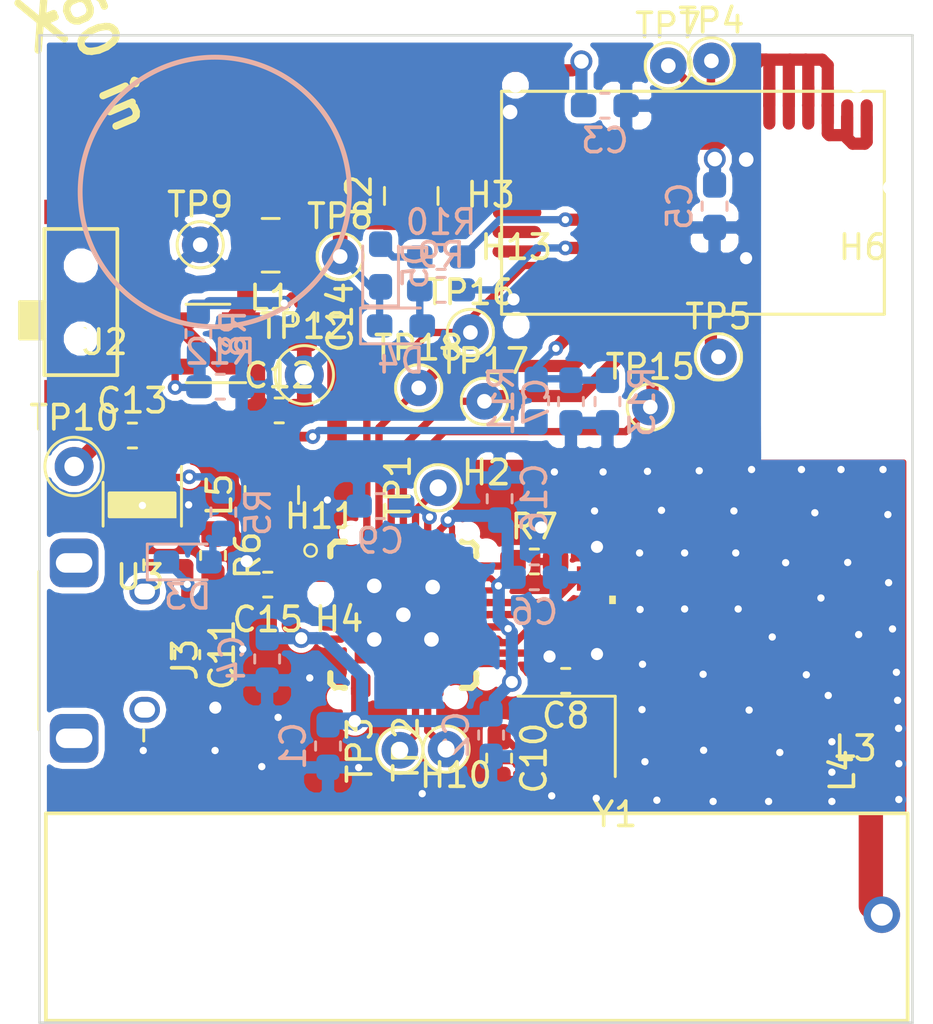
<source format=kicad_pcb>
(kicad_pcb (version 20171130) (host pcbnew "(5.0.2)-1")
  (layers (0 Top signal) (31 Bottom power) (34 B.Paste user hide) (35 F.Paste user hide) (36 B.SilkS user hide) (37 F.SilkS user hide) (38 B.Mask user hide) (39 F.Mask user hide) (44 Edge.Cuts user))
  (net 0 "")
  (net 1 GND)
  (net 2 VDD)
  (net 3 V+)
  (net 4 "Net-(C9-Pad2)")
  (net 5 "Net-(ANT1-Pad1)")
  (net 6 "Net-(L1-Pad2)")
  (net 7 "Net-(J3-Pad2)")
  (net 8 "Net-(J3-Pad3)")
  (net 9 "Net-(J3-Pad4)")
  (net 10 "Net-(CC1-Pad15)")
  (net 11 "Net-(CC1-Pad16)")
  (net 12 "Net-(C10-Pad1)")
  (net 13 "Net-(C8-Pad1)")
  (net 14 "Net-(CC1-Pad23)")
  (net 15 "Net-(CC1-Pad24)")
  (net 16 "Net-(CC1-Pad27)")
  (net 17 "Net-(CC1-Pad31)")
  (net 18 "Net-(CC1-Pad32)")
  (net 19 "Net-(CC1-Pad33)")
  (net 20 "Net-(CC1-Pad34)")
  (net 21 "Net-(CC1-Pad35)")
  (net 22 "Net-(TP7-Pad1)")
  (net 23 "Net-(TP4-Pad1)")
  (net 24 "Net-(TP5-Pad1)")
  (net 25 "Net-(C1-Pad1)")
  (net 26 "Net-(C3-Pad1)")
  (net 27 USB_5V)
  (net 28 "Net-(IC1-Pad1)")
  (net 29 "Net-(R12-Pad2)")
  (net 30 VBAT)
  (net 31 "Net-(D3-Pad2)")
  (net 32 LED1_OUT)
  (net 33 LED2_OUT)
  (net 34 "Net-(J3-Pad6)")
  (net 35 BLE_VBAT)
  (net 36 "Net-(U1-PadP1_5)")
  (net 37 "Net-(U1-PadP1_4)")
  (net 38 "Net-(U1-PadP1_3)")
  (net 39 "Net-(CC1-Pad5)")
  (net 40 "Net-(CC1-Pad6)")
  (net 41 "Net-(CC1-Pad7)")
  (net 42 "Net-(CC1-Pad11)")
  (net 43 "Net-(CC1-Pad12)")
  (net 44 "Net-(CC1-Pad13)")
  (net 45 "Net-(CC1-Pad14)")
  (net 46 "Net-(CC1-Pad17)")
  (net 47 "Net-(D5-Pad2)")
  (net 48 "Net-(D4-Pad2)")
  (net 49 "Net-(U1-PadP0_7)")
  (net 50 "Net-(R6-Pad1)")
  (net 51 "Net-(R5-Pad2)")
  (net 52 "Net-(U1-PadP1_0)")
  (net 53 "Net-(U1-PadP1_1)")
  (net 54 "Net-(CC1-Pad1)")
  (net 55 "Net-(U1-PadP1_2)")
  (module Inductor_SMD:L_0402_1005Metric (layer Top) (at 160.35 98.5375 90)
    (fp_text reference L4 (at 0 -1.17 90) (layer F.SilkS))
    (fp_text value 12nH)
    (pad 2 smd roundrect (at 0.485 0 90) (size 0.59 0.64) (layers Top F.Paste F.Mask) (net 28 "Net-(IC1-Pad1)"))
    (pad 1 smd roundrect (at -0.485 0 90) (size 0.59 0.64) (layers Top F.Paste F.Mask) (net 5 "Net-(ANT1-Pad1)"))
  )
  (module Inductor_SMD:L_0402_1005Metric (layer Top) (at 159.715 96.45 180)
    (fp_text reference L3 (at 0 -1.17 180) (layer F.SilkS))
    (fp_text value 6.8nH)
    (pad 1 smd roundrect (at -0.485 0 180) (size 0.59 0.64) (layers Top F.Paste F.Mask) (net 28 "Net-(IC1-Pad1)"))
    (pad 2 smd roundrect (at 0.485 0 180) (size 0.59 0.64) (layers Top F.Paste F.Mask) (net 1 GND))
  )
  (module LED_SMD:LED_0603_1608Metric_Pad1.05x0.95mm_HandSolder (layer Bottom) (at 140.21 77.8 90)
    (fp_text reference D5 (at 0 1.43 90) (layer B.SilkS) (effects (justify mirror)))
    (fp_text value GREEN)
    (pad 2 smd roundrect (at 0.875 0 90) (size 1.05 0.95) (layers Bottom B.Paste B.Mask) (net 47 "Net-(D5-Pad2)"))
    (pad 1 smd roundrect (at -0.875 0 90) (size 1.05 0.95) (layers Bottom B.Paste B.Mask) (net 2 VDD))
  )
  (module Capacitor_SMD:C_0603_1608Metric_Pad1.05x0.95mm_HandSolder (layer Top) (at 135.575 90.9 180)
    (fp_text reference C15 (at 0 -1.43 180) (layer F.SilkS))
    (fp_text value 1uF)
    (pad 2 smd roundrect (at 0.875 0 180) (size 1.05 0.95) (layers Top F.Paste F.Mask) (net 1 GND))
    (pad 1 smd roundrect (at -0.875 0 180) (size 1.05 0.95) (layers Top F.Paste F.Mask) (net 25 "Net-(C1-Pad1)"))
  )
  (module Capacitor_SMD:C_0603_1608Metric_Pad1.05x0.95mm_HandSolder (layer Bottom) (at 145.1 87.375 90)
    (fp_text reference C16 (at 0 1.43 90) (layer B.SilkS) (effects (justify mirror)))
    (fp_text value 1uF)
    (pad 1 smd roundrect (at -0.875 0 90) (size 1.05 0.95) (layers Bottom B.Paste B.Mask) (net 25 "Net-(C1-Pad1)"))
    (pad 2 smd roundrect (at 0.875 0 90) (size 1.05 0.95) (layers Bottom B.Paste B.Mask) (net 1 GND))
  )
  (module Inductor_SMD:L_Wuerth_MAPI-2512 (layer Top) (at 135.695 76.97 180)
    (fp_text reference L1 (at 0 -2.15 180) (layer F.SilkS))
    (fp_text value "1.5u uH")
    (pad 1 smd rect (at -0.975 0 180) (size 0.85 2.3) (layers Top F.Paste F.Mask) (net 2 VDD))
    (pad 2 smd rect (at 0.975 0 180) (size 0.85 2.3) (layers Top F.Paste F.Mask) (net 6 "Net-(L1-Pad2)"))
  )
  (module Capacitor_SMD:C_0603_1608Metric_Pad1.05x0.95mm_HandSolder (layer Bottom) (at 148.03 83.385 270)
    (fp_text reference C7 (at 0 1.43 270) (layer B.SilkS) (effects (justify mirror)))
    (fp_text value 4.7uF)
    (pad 1 smd roundrect (at -0.875 0 270) (size 1.05 0.95) (layers Bottom B.Paste B.Mask) (net 35 BLE_VBAT))
    (pad 2 smd roundrect (at 0.875 0 270) (size 1.05 0.95) (layers Bottom B.Paste B.Mask) (net 1 GND))
  )
  (module footprints:BLE113-A (layer Top) (at 153.0425 75.225 270)
    (fp_text reference U1 hide)
    (fp_text value BLE113-A)
    (pad P0_7 smd roundrect (at 4.02 5.66) (size 0.5 2) (layers Top F.Paste F.Mask) (roundrect_rratio 0.5) (net 49 "Net-(U1-PadP0_7)"))
    (pad P0_1 smd roundrect (at 3.99 0.86) (size 0.5 2) (layers Top F.Paste F.Mask) (roundrect_rratio 0.5) (net 33 LED2_OUT))
    (pad GND@10 smd roundrect (at 4 -2.3375) (size 0.5 2) (layers Top F.Paste F.Mask) (roundrect_rratio 0.5) (net 1 GND))
    (pad RESET smd roundrect (at 4 -0.7375) (size 0.5 2) (layers Top F.Paste F.Mask) (roundrect_rratio 0.5) (net 24 "Net-(TP5-Pad1)"))
    (pad P0_0 smd roundrect (at 4 0.0625) (size 0.5 2) (layers Top F.Paste F.Mask) (roundrect_rratio 0.5) (net 32 LED1_OUT))
    (pad P0_2 smd roundrect (at 4 1.6625) (size 0.5 2) (layers Top F.Paste F.Mask) (roundrect_rratio 0.5) (net 18 "Net-(CC1-Pad32)"))
    (pad P0_3 smd roundrect (at 4 2.4625) (size 0.5 2) (layers Top F.Paste F.Mask) (roundrect_rratio 0.5) (net 19 "Net-(CC1-Pad33)"))
    (pad P0_4 smd roundrect (at 4 3.2625) (size 0.5 2) (layers Top F.Paste F.Mask) (roundrect_rratio 0.5) (net 21 "Net-(CC1-Pad35)"))
    (pad P0_5 smd roundrect (at 4 4.0625) (size 0.5 2) (layers Top F.Paste F.Mask) (roundrect_rratio 0.5) (net 20 "Net-(CC1-Pad34)"))
    (pad GND@9 smd roundrect (at 4 6.4625) (size 0.5 2) (layers Top F.Paste F.Mask) (roundrect_rratio 0.5) (net 1 GND))
    (pad DVDD smd roundrect (at -4 5.6625) (size 0.5 2) (layers Top F.Paste F.Mask) (roundrect_rratio 0.5) (net 26 "Net-(C3-Pad1)"))
    (pad GND@8 smd roundrect (at -4 6.4625) (size 0.5 2) (layers Top F.Paste F.Mask) (roundrect_rratio 0.5) (net 1 GND))
    (pad GND smd roundrect (at -3.5 -7.1375) (size 0.5 1.5) (layers Top F.Paste F.Mask) (roundrect_rratio 0.5) (net 1 GND))
    (pad GND@2 smd roundrect (at -3.5 -6.3375) (size 0.5 1.5) (layers Top F.Paste F.Mask) (roundrect_rratio 0.5) (net 1 GND))
    (pad GND@3 smd roundrect (at -4 -5.5375) (size 0.5 2) (layers Top F.Paste F.Mask) (roundrect_rratio 0.5) (net 1 GND))
    (pad GND@4 smd roundrect (at -4 -4.7375) (size 0.5 2) (layers Top F.Paste F.Mask) (roundrect_rratio 0.5) (net 1 GND))
    (pad GND@5 smd roundrect (at -4 -3.9375) (size 0.5 2) (layers Top F.Paste F.Mask) (roundrect_rratio 0.5) (net 1 GND))
    (pad GND@6 smd roundrect (at -4 -3.1375) (size 0.5 2) (layers Top F.Paste F.Mask) (roundrect_rratio 0.5) (net 1 GND))
    (pad GND@7 smd roundrect (at -4 -2.3375) (size 0.5 2) (layers Top F.Paste F.Mask) (roundrect_rratio 0.5) (net 1 GND))
    (pad AVDD smd roundrect (at -4 -1.5375) (size 0.5 2) (layers Top F.Paste F.Mask) (roundrect_rratio 0.5) (net 26 "Net-(C3-Pad1)"))
    (pad P2_2 smd roundrect (at -4 -0.7375) (size 0.5 2) (layers Top F.Paste F.Mask) (roundrect_rratio 0.5) (net 23 "Net-(TP4-Pad1)"))
    (pad P2_1 smd roundrect (at -4 0.0625) (size 0.5 2) (layers Top F.Paste F.Mask) (roundrect_rratio 0.5) (net 22 "Net-(TP7-Pad1)"))
    (pad P1_0 smd roundrect (at 2 7.2375 90) (size 0.5 2) (layers Top F.Paste F.Mask) (roundrect_rratio 0.5) (net 52 "Net-(U1-PadP1_0)"))
    (pad P1_1 smd roundrect (at 1.2 7.2375 90) (size 0.5 2) (layers Top F.Paste F.Mask) (roundrect_rratio 0.5) (net 53 "Net-(U1-PadP1_1)"))
    (pad P1_2 smd roundrect (at 0.4 7.225 90) (size 0.5 2) (layers Top F.Paste F.Mask) (roundrect_rratio 0.5) (net 55 "Net-(U1-PadP1_2)"))
    (pad P1_3 smd roundrect (at -0.4 7.225 90) (size 0.5 2) (layers Top F.Paste F.Mask) (roundrect_rratio 0.5) (net 38 "Net-(U1-PadP1_3)"))
    (pad P1_4 smd roundrect (at -1.2 7.225 90) (size 0.5 2) (layers Top F.Paste F.Mask) (roundrect_rratio 0.5) (net 37 "Net-(U1-PadP1_4)"))
    (pad P1_5 smd roundrect (at -2 7.225 90) (size 0.5 2) (layers Top F.Paste F.Mask) (roundrect_rratio 0.5) (net 36 "Net-(U1-PadP1_5)"))
    (pad P0_6 smd roundrect (at 4.01 4.86) (size 0.5 2) (layers Top F.Paste F.Mask) (roundrect_rratio 0.5) (net 35 BLE_VBAT))
  )
  (module footprints:QLP-36_CC1110 (layer Top) (at 141.145225 92.137239)
    (fp_text reference CC1 hide)
    (fp_text value CC1110)
    (pad 2 smd roundrect (at -2.9 -1.5) (size 0.95 0.3) (layers Top F.Paste F.Mask) (roundrect_rratio 0.4) (net 25 "Net-(C1-Pad1)"))
    (pad 10 smd roundrect (at -2 2.9 90) (size 0.95 0.3) (layers Top F.Paste F.Mask) (roundrect_rratio 0.4) (net 25 "Net-(C1-Pad1)"))
    (pad 15 smd roundrect (at 0.5 2.9 90) (size 0.95 0.3) (layers Top F.Paste F.Mask) (roundrect_rratio 0.4) (net 10 "Net-(CC1-Pad15)"))
    (pad 16 smd roundrect (at 1 2.9 90) (size 0.95 0.3) (layers Top F.Paste F.Mask) (roundrect_rratio 0.4) (net 11 "Net-(CC1-Pad16)"))
    (pad 19 smd roundrect (at 2.9 2) (size 0.95 0.3) (layers Top F.Paste F.Mask) (roundrect_rratio 0.4) (net 25 "Net-(C1-Pad1)"))
    (pad 20 smd roundrect (at 2.9 1.5) (size 0.95 0.3) (layers Top F.Paste F.Mask) (roundrect_rratio 0.4) (net 12 "Net-(C10-Pad1)"))
    (pad 21 smd roundrect (at 2.9 1) (size 0.95 0.3) (layers Top F.Paste F.Mask) (roundrect_rratio 0.4) (net 13 "Net-(C8-Pad1)"))
    (pad 22 smd roundrect (at 2.9 0.5) (size 0.95 0.3) (layers Top F.Paste F.Mask) (roundrect_rratio 0.4) (net 25 "Net-(C1-Pad1)"))
    (pad 23 smd roundrect (at 2.9 0) (size 0.95 0.3) (layers Top F.Paste F.Mask) (roundrect_rratio 0.4) (net 14 "Net-(CC1-Pad23)"))
    (pad 24 smd roundrect (at 2.9 -0.5) (size 0.95 0.3) (layers Top F.Paste F.Mask) (roundrect_rratio 0.4) (net 15 "Net-(CC1-Pad24)"))
    (pad 25 smd roundrect (at 2.9 -1) (size 0.95 0.3) (layers Top F.Paste F.Mask) (roundrect_rratio 0.4) (net 25 "Net-(C1-Pad1)"))
    (pad 26 smd roundrect (at 2.9 -1.5) (size 0.95 0.3) (layers Top F.Paste F.Mask) (roundrect_rratio 0.4) (net 25 "Net-(C1-Pad1)"))
    (pad 27 smd roundrect (at 2.9 -2) (size 0.95 0.3) (layers Top F.Paste F.Mask) (roundrect_rratio 0.4) (net 16 "Net-(CC1-Pad27)"))
    (pad 28 smd roundrect (at 2 -2.9 90) (size 0.95 0.3) (layers Top F.Paste F.Mask) (roundrect_rratio 0.4) (net 25 "Net-(C1-Pad1)"))
    (pad 29 smd roundrect (at 1.5 -2.9 90) (size 0.95 0.3) (layers Top F.Paste F.Mask) (roundrect_rratio 0.4) (net 25 "Net-(C1-Pad1)"))
    (pad 30 smd roundrect (at 1 -2.9 90) (size 0.95 0.3) (layers Top F.Paste F.Mask) (roundrect_rratio 0.4) (net 4 "Net-(C9-Pad2)"))
    (pad 31 smd roundrect (at 0.5 -2.9 90) (size 0.95 0.3) (layers Top F.Paste F.Mask) (roundrect_rratio 0.4) (net 17 "Net-(CC1-Pad31)"))
    (pad 32 smd roundrect (at 0 -2.9 90) (size 0.95 0.3) (layers Top F.Paste F.Mask) (roundrect_rratio 0.4) (net 18 "Net-(CC1-Pad32)"))
    (pad 33 smd roundrect (at -0.5 -2.9 90) (size 0.95 0.3) (layers Top F.Paste F.Mask) (roundrect_rratio 0.4) (net 19 "Net-(CC1-Pad33)"))
    (pad 34 smd roundrect (at -1 -2.9 90) (size 0.95 0.3) (layers Top F.Paste F.Mask) (roundrect_rratio 0.4) (net 20 "Net-(CC1-Pad34)"))
    (pad 35 smd roundrect (at -1.5 -2.9 90) (size 0.95 0.3) (layers Top F.Paste F.Mask) (roundrect_rratio 0.4) (net 21 "Net-(CC1-Pad35)"))
    (pad 37 smd rect (at 0 0) (size 4 4) (layers Top F.Paste F.Mask) (net 1 GND))
    (pad 1 smd roundrect (at -2.9 -2) (size 0.95 0.3) (layers Top F.Paste F.Mask) (roundrect_rratio 0.4) (net 54 "Net-(CC1-Pad1)"))
    (pad 5 smd roundrect (at -2.9 0) (size 0.95 0.3) (layers Top F.Paste F.Mask) (roundrect_rratio 0.4) (net 39 "Net-(CC1-Pad5)"))
    (pad 6 smd roundrect (at -2.9 0.5) (size 0.95 0.3) (layers Top F.Paste F.Mask) (roundrect_rratio 0.4) (net 40 "Net-(CC1-Pad6)"))
    (pad 7 smd roundrect (at -2.9 1) (size 0.95 0.3) (layers Top F.Paste F.Mask) (roundrect_rratio 0.4) (net 41 "Net-(CC1-Pad7)"))
    (pad 11 smd roundrect (at -1.5 2.9 90) (size 0.95 0.3) (layers Top F.Paste F.Mask) (roundrect_rratio 0.4) (net 42 "Net-(CC1-Pad11)"))
    (pad 12 smd roundrect (at -1 2.9 90) (size 0.95 0.3) (layers Top F.Paste F.Mask) (roundrect_rratio 0.4) (net 43 "Net-(CC1-Pad12)"))
    (pad 13 smd roundrect (at -0.5 2.9 90) (size 0.95 0.3) (layers Top F.Paste F.Mask) (roundrect_rratio 0.4) (net 44 "Net-(CC1-Pad13)"))
    (pad 14 smd roundrect (at 0 2.9 90) (size 0.95 0.3) (layers Top F.Paste F.Mask) (roundrect_rratio 0.4) (net 45 "Net-(CC1-Pad14)"))
    (pad 17 smd roundrect (at 1.5 2.9 90) (size 0.95 0.3) (layers Top F.Paste F.Mask) (roundrect_rratio 0.4) (net 46 "Net-(CC1-Pad17)"))
  )
  (module TestPoint:TestPoint_THTPad_D1.5mm_Drill0.7mm (layer Top) (at 142.575 86.925 90)
    (fp_text reference TP1 (at 0 -1.648 90) (layer F.SilkS))
    (fp_text value RES_CC)
    (pad 1 thru_hole circle (at 0 0 90) (size 1.5 1.5) (drill 0.7) (layers *.Cu *.Mask) (net 17 "Net-(CC1-Pad31)"))
  )
  (module TestPoint:TestPoint_THTPad_D1.5mm_Drill0.7mm (layer Top) (at 142.9 97.65 90)
    (fp_text reference TP2 (at 0 -1.648 90) (layer F.SilkS))
    (fp_text value DC_CC)
    (pad 1 thru_hole circle (at 0 0 90) (size 1.5 1.5) (drill 0.7) (layers *.Cu *.Mask) (net 11 "Net-(CC1-Pad16)"))
  )
  (module TestPoint:TestPoint_THTPad_D1.5mm_Drill0.7mm (layer Top) (at 141 97.7 90)
    (fp_text reference TP3 (at 0 -1.648 90) (layer F.SilkS))
    (fp_text value DD_CC)
    (pad 1 thru_hole circle (at 0 0 90) (size 1.5 1.5) (drill 0.7) (layers *.Cu *.Mask) (net 10 "Net-(CC1-Pad15)"))
  )
  (module TestPoint:TestPoint_THTPad_D2.0mm_Drill1.0mm (layer Top) (at 137.075 82.29)
    (fp_text reference TP12 (at 0 -1.998) (layer F.SilkS))
    (fp_text value GND)
    (pad 1 thru_hole circle (at 0 0) (size 1.6 1.6) (drill 0.8) (layers *.Cu *.Mask) (net 1 GND))
  )
  (module TestPoint:TestPoint_THTPad_D2.0mm_Drill1.0mm (layer Top) (at 127.62 86.05)
    (fp_text reference TP10 (at 0 -1.998) (layer F.SilkS))
    (fp_text value Vbat)
    (pad 1 thru_hole circle (at 0 0) (size 1.6 1.6) (drill 0.8) (layers *.Cu *.Mask) (net 30 VBAT))
  )
  (module footprints:TestPoint_THTPad_D1.5mm_Drill0.6mm (layer Top) (at 153.8 69.4)
    (fp_text reference TP4 (at 0 -1.648) (layer F.SilkS))
    (fp_text value DC_BLE)
    (pad 1 thru_hole circle (at 0 0) (size 1.5 1.5) (drill 0.6) (layers *.Cu *.Mask) (net 23 "Net-(TP4-Pad1)"))
  )
  (module footprints:TestPoint_THTPad_D1.5mm_Drill0.6mm (layer Top) (at 152.03 69.6)
    (fp_text reference TP7 (at 0 -1.648) (layer F.SilkS))
    (fp_text value DD_BLE)
    (pad 1 thru_hole circle (at 0 0) (size 1.5 1.5) (drill 0.6) (layers *.Cu *.Mask) (net 22 "Net-(TP7-Pad1)"))
  )
  (module footprints:TestPoint_THTPad_D1.5mm_Drill0.6mm (layer Top) (at 141.775 82.825)
    (fp_text reference TP18 (at 0 -1.648) (layer F.SilkS))
    (fp_text value SPI_SCL)
    (pad 1 thru_hole circle (at 0 0) (size 1.5 1.5) (drill 0.6) (layers *.Cu *.Mask) (net 20 "Net-(CC1-Pad34)"))
  )
  (module footprints:TestPoint_THTPad_D1.5mm_Drill0.6mm (layer Top) (at 144.475 83.375)
    (fp_text reference TP17 (at 0 -1.648) (layer F.SilkS))
    (fp_text value SPI_MOSI)
    (pad 1 thru_hole circle (at 0 0) (size 1.5 1.5) (drill 0.6) (layers *.Cu *.Mask) (net 19 "Net-(CC1-Pad33)"))
  )
  (module footprints:TestPoint_THTPad_D1.5mm_Drill0.6mm (layer Top) (at 143.9 80.55)
    (fp_text reference TP16 (at 0 -1.648) (layer F.SilkS))
    (fp_text value SPI_SS)
    (pad 1 thru_hole circle (at 0 0) (size 1.5 1.5) (drill 0.6) (layers *.Cu *.Mask) (net 21 "Net-(CC1-Pad35)"))
  )
  (module footprints:TestPoint_THTPad_D1.5mm_Drill0.6mm (layer Top) (at 151.29 83.61)
    (fp_text reference TP15 (at 0 -1.648) (layer F.SilkS))
    (fp_text value SPI_MISO)
    (pad 1 thru_hole circle (at 0 0) (size 1.5 1.5) (drill 0.6) (layers *.Cu *.Mask) (net 18 "Net-(CC1-Pad32)"))
  )
  (module footprints:TestPoint_THTPad_D1.5mm_Drill0.6mm (layer Top) (at 138.55 77.43)
    (fp_text reference TP8 (at 0 -1.648) (layer F.SilkS))
    (fp_text value VDD)
    (pad 1 thru_hole circle (at 0 0) (size 1.5 1.5) (drill 0.6) (layers *.Cu *.Mask) (net 2 VDD))
  )
  (module footprints:TestPoint_THTPad_D1.5mm_Drill0.6mm (layer Top) (at 132.8 76.95)
    (fp_text reference TP9 (at 0 -1.648) (layer F.SilkS))
    (fp_text value GND)
    (pad 1 thru_hole circle (at 0 0) (size 1.5 1.5) (drill 0.6) (layers *.Cu *.Mask) (net 1 GND))
  )
  (module footprints:TestPoint_THTPad_D1.5mm_Drill0.6mm (layer Top) (at 154.09 81.55)
    (fp_text reference TP5 (at 0 -1.648) (layer F.SilkS))
    (fp_text value RES_BLE)
    (pad 1 thru_hole circle (at 0 0) (size 1.5 1.5) (drill 0.6) (layers *.Cu *.Mask) (net 24 "Net-(TP5-Pad1)"))
  )
  (module Capacitor_SMD:C_0603_1608Metric_Pad1.05x0.95mm_HandSolder (layer Bottom) (at 146.6 83.35 270)
    (fp_text reference R11 (at 0 1.43 270) (layer B.SilkS) (effects (justify mirror)))
    (fp_text value 249k)
    (pad 2 smd roundrect (at 0.875 0 270) (size 1.05 0.95) (layers Bottom B.Paste B.Mask) (net 3 V+))
    (pad 1 smd roundrect (at -0.875 0 270) (size 1.05 0.95) (layers Bottom B.Paste B.Mask) (net 35 BLE_VBAT))
  )
  (module Capacitor_SMD:C_0603_1608Metric_Pad1.05x0.95mm_HandSolder (layer Bottom) (at 149.53 83.385 90)
    (fp_text reference R13 (at 0 1.43 90) (layer B.SilkS) (effects (justify mirror)))
    (fp_text value 100k)
    (pad 1 smd roundrect (at -0.875 0 90) (size 1.05 0.95) (layers Bottom B.Paste B.Mask) (net 1 GND))
    (pad 2 smd roundrect (at 0.875 0 90) (size 1.05 0.95) (layers Bottom B.Paste B.Mask) (net 35 BLE_VBAT))
  )
  (module footprints:U254-051T-4BH23-S2B (layer Top) (at 127.62 93.61 270)
    (fp_text reference J3 (at 0.37 -4.55 90) (layer F.SilkS))
    (fp_text value USB_B_Micro)
    (pad 6 thru_hole oval (at 2.425 -2.9 270) (size 1.05 1.25) (drill oval 0.65 0.85) (layers *.Cu *.Mask) (net 34 "Net-(J3-Pad6)"))
    (pad 6 thru_hole roundrect (at 3.6 0) (size 2 2) (drill oval 1.5 0.8) (layers *.Cu *.Mask) (net 34 "Net-(J3-Pad6)"))
    (pad 6 thru_hole roundrect (at -3.6 0) (size 2 2) (drill oval 1.5 0.8) (layers *.Cu *.Mask) (net 34 "Net-(J3-Pad6)"))
    (pad 6 thru_hole oval (at -2.425 -2.9 270) (size 1.05 1.25) (drill oval 0.65 0.85) (layers *.Cu *.Mask) (net 34 "Net-(J3-Pad6)"))
    (pad 5 smd rect (at 1.3 -2.7 270) (size 0.45 1.38) (layers Top F.Paste F.Mask) (net 1 GND))
    (pad 4 smd rect (at 0.65 -2.7 270) (size 0.45 1.38) (layers Top F.Paste F.Mask) (net 9 "Net-(J3-Pad4)"))
    (pad 3 smd rect (at 0 -2.7 270) (size 0.45 1.38) (layers Top F.Paste F.Mask) (net 8 "Net-(J3-Pad3)"))
    (pad 2 smd rect (at -0.65 -2.7 270) (size 0.45 1.38) (layers Top F.Paste F.Mask) (net 7 "Net-(J3-Pad2)"))
    (pad 1 smd rect (at -1.3 -2.7 270) (size 0.45 1.38) (layers Top F.Paste F.Mask) (net 27 USB_5V))
  )
  (module Capacitor_SMD:C_0603_1608Metric_Pad1.05x0.95mm_HandSolder (layer Bottom) (at 142.695 78.8 180)
    (fp_text reference R9 (at 0 1.43 180) (layer B.SilkS) (effects (justify mirror)))
    (fp_text value 100)
    (pad 2 smd roundrect (at 0.875 0 180) (size 1.05 0.95) (layers Bottom B.Paste B.Mask) (net 48 "Net-(D4-Pad2)"))
    (pad 1 smd roundrect (at -0.875 0 180) (size 1.05 0.95) (layers Bottom B.Paste B.Mask) (net 33 LED2_OUT))
  )
  (module Capacitor_SMD:C_0603_1608Metric_Pad1.05x0.95mm_HandSolder (layer Bottom) (at 142.695 77.45 180)
    (fp_text reference R10 (at 0 1.43 180) (layer B.SilkS) (effects (justify mirror)))
    (fp_text value 0)
    (pad 1 smd roundrect (at -0.875 0 180) (size 1.05 0.95) (layers Bottom B.Paste B.Mask) (net 32 LED1_OUT))
    (pad 2 smd roundrect (at 0.875 0 180) (size 1.05 0.95) (layers Bottom B.Paste B.Mask) (net 47 "Net-(D5-Pad2)"))
  )
  (module LED_SMD:LED_0603_1608Metric_Pad1.05x0.95mm_HandSolder (layer Bottom) (at 141.045 80.28)
    (fp_text reference D4 (at 0 1.43) (layer B.SilkS) (effects (justify mirror)))
    (fp_text value RED)
    (pad 1 smd roundrect (at -0.875 0) (size 1.05 0.95) (layers Bottom B.Paste B.Mask) (net 2 VDD))
    (pad 2 smd roundrect (at 0.875 0) (size 1.05 0.95) (layers Bottom B.Paste B.Mask) (net 48 "Net-(D4-Pad2)"))
  )
  (module Capacitor_SMD:C_0603_1608Metric_Pad1.05x0.95mm_HandSolder (layer Top) (at 133.325 89.7 270)
    (fp_text reference R6 (at 0 -1.43 270) (layer F.SilkS))
    (fp_text value 8.06k)
    (pad 2 smd roundrect (at 0.875 0 270) (size 1.05 0.95) (layers Top F.Paste F.Mask) (net 1 GND))
    (pad 1 smd roundrect (at -0.875 0 270) (size 1.05 0.95) (layers Top F.Paste F.Mask) (net 50 "Net-(R6-Pad1)"))
  )
  (module Capacitor_SMD:C_0603_1608Metric_Pad1.05x0.95mm_HandSolder (layer Bottom) (at 133.75 87.925 90)
    (fp_text reference R5 (at 0 1.43 90) (layer B.SilkS) (effects (justify mirror)))
    (fp_text value 470)
    (pad 1 smd roundrect (at -0.875 0 90) (size 1.05 0.95) (layers Bottom B.Paste B.Mask) (net 31 "Net-(D3-Pad2)"))
    (pad 2 smd roundrect (at 0.875 0 90) (size 1.05 0.95) (layers Bottom B.Paste B.Mask) (net 51 "Net-(R5-Pad2)"))
  )
  (module LED_SMD:LED_0603_1608Metric_Pad1.05x0.95mm_HandSolder (layer Bottom) (at 132.285 89.97)
    (fp_text reference D3 (at 0 1.43) (layer B.SilkS) (effects (justify mirror)))
    (fp_text value ORANGE)
    (pad 1 smd roundrect (at -0.875 0) (size 1.05 0.95) (layers Bottom B.Paste B.Mask) (net 27 USB_5V))
    (pad 2 smd roundrect (at 0.875 0) (size 1.05 0.95) (layers Bottom B.Paste B.Mask) (net 31 "Net-(D3-Pad2)"))
  )
  (module Capacitor_SMD:C_0603_1608Metric_Pad1.05x0.95mm_HandSolder (layer Bottom) (at 132.725 80.6 90)
    (fp_text reference R8 (at 0 1.43 90) (layer B.SilkS) (effects (justify mirror)))
    (fp_text value 249k)
    (pad 2 smd roundrect (at 0.875 0 90) (size 1.05 0.95) (layers Bottom B.Paste B.Mask) (net 2 VDD))
    (pad 1 smd roundrect (at -0.875 0 90) (size 1.05 0.95) (layers Bottom B.Paste B.Mask) (net 29 "Net-(R12-Pad2)"))
  )
  (module Capacitor_SMD:C_0603_1608Metric_Pad1.05x0.95mm_HandSolder (layer Top) (at 146.525 89.95)
    (fp_text reference R7 (at 0 -1.43) (layer F.SilkS))
    (fp_text value "56kOhm ± 1%")
    (pad 1 smd roundrect (at -0.875 0) (size 1.05 0.95) (layers Top F.Paste F.Mask) (net 16 "Net-(CC1-Pad27)"))
    (pad 2 smd roundrect (at 0.875 0) (size 1.05 0.95) (layers Top F.Paste F.Mask) (net 1 GND))
  )
  (module Capacitor_SMD:C_0603_1608Metric_Pad1.05x0.95mm_HandSolder (layer Top) (at 137.12 79.925 270)
    (fp_text reference C14 (at 0 -1.43 270) (layer F.SilkS))
    (fp_text value 10uF)
    (pad 2 smd roundrect (at 0.875 0 270) (size 1.05 0.95) (layers Top F.Paste F.Mask) (net 1 GND))
    (pad 1 smd roundrect (at -0.875 0 270) (size 1.05 0.95) (layers Top F.Paste F.Mask) (net 2 VDD))
  )
  (module Capacitor_SMD:C_0603_1608Metric_Pad1.05x0.95mm_HandSolder (layer Top) (at 130.015 84.78)
    (fp_text reference C13 (at 0 -1.43) (layer F.SilkS))
    (fp_text value 4.7uF)
    (pad 1 smd roundrect (at -0.875 0) (size 1.05 0.95) (layers Top F.Paste F.Mask) (net 30 VBAT))
    (pad 2 smd roundrect (at 0.875 0) (size 1.05 0.95) (layers Top F.Paste F.Mask) (net 1 GND))
  )
  (module Capacitor_SMD:C_0603_1608Metric_Pad1.05x0.95mm_HandSolder (layer Top) (at 136.045 83.75)
    (fp_text reference C12 (at 0 -1.43) (layer F.SilkS))
    (fp_text value 10uF)
    (pad 2 smd roundrect (at 0.875 0) (size 1.05 0.95) (layers Top F.Paste F.Mask) (net 1 GND))
    (pad 1 smd roundrect (at -0.875 0) (size 1.05 0.95) (layers Top F.Paste F.Mask) (net 3 V+))
  )
  (module Capacitor_SMD:C_0603_1608Metric_Pad1.05x0.95mm_HandSolder (layer Bottom) (at 133.625 82.775 180)
    (fp_text reference R12 (at 0 1.43 180) (layer B.SilkS) (effects (justify mirror)))
    (fp_text value 82k)
    (pad 1 smd roundrect (at -0.875 0 180) (size 1.05 0.95) (layers Bottom B.Paste B.Mask) (net 1 GND))
    (pad 2 smd roundrect (at 0.875 0 180) (size 1.05 0.95) (layers Bottom B.Paste B.Mask) (net 29 "Net-(R12-Pad2)"))
  )
  (module Capacitor_SMD:C_0603_1608Metric_Pad1.05x0.95mm_HandSolder (layer Top) (at 145.08 98.025 270)
    (fp_text reference C10 (at 0 -1.43 270) (layer F.SilkS))
    (fp_text value "12pF ±5%")
    (pad 2 smd roundrect (at 0.875 0 270) (size 1.05 0.95) (layers Top F.Paste F.Mask) (net 1 GND))
    (pad 1 smd roundrect (at -0.875 0 270) (size 1.05 0.95) (layers Top F.Paste F.Mask) (net 12 "Net-(C10-Pad1)"))
  )
  (module Capacitor_SMD:C_0603_1608Metric_Pad1.05x0.95mm_HandSolder (layer Bottom) (at 140.2 87.675)
    (fp_text reference C9 (at 0 1.43) (layer B.SilkS) (effects (justify mirror)))
    (fp_text value 1uF)
    (pad 1 smd roundrect (at -0.875 0) (size 1.05 0.95) (layers Bottom B.Paste B.Mask) (net 1 GND))
    (pad 2 smd roundrect (at 0.875 0) (size 1.05 0.95) (layers Bottom B.Paste B.Mask) (net 4 "Net-(C9-Pad2)"))
  )
  (module Capacitor_SMD:C_0603_1608Metric_Pad1.05x0.95mm_HandSolder (layer Top) (at 147.815 94.85 180)
    (fp_text reference C8 (at 0 -1.43 180) (layer F.SilkS))
    (fp_text value "12pF ±5%")
    (pad 2 smd roundrect (at 0.875 0 180) (size 1.05 0.95) (layers Top F.Paste F.Mask) (net 1 GND))
    (pad 1 smd roundrect (at -0.875 0 180) (size 1.05 0.95) (layers Top F.Paste F.Mask) (net 13 "Net-(C8-Pad1)"))
  )
  (module Capacitor_SMD:C_0603_1608Metric_Pad1.05x0.95mm_HandSolder (layer Bottom) (at 146.525 90.6)
    (fp_text reference C6 (at 0 1.43) (layer B.SilkS) (effects (justify mirror)))
    (fp_text value 1uF)
    (pad 1 smd roundrect (at -0.875 0) (size 1.05 0.95) (layers Bottom B.Paste B.Mask) (net 25 "Net-(C1-Pad1)"))
    (pad 2 smd roundrect (at 0.875 0) (size 1.05 0.95) (layers Bottom B.Paste B.Mask) (net 1 GND))
  )
  (module Capacitor_SMD:C_0603_1608Metric_Pad1.05x0.95mm_HandSolder (layer Bottom) (at 153.93 75.365 270)
    (fp_text reference C5 (at 0 1.43 270) (layer B.SilkS) (effects (justify mirror)))
    (fp_text value 1uF)
    (pad 2 smd roundrect (at 0.875 0 270) (size 1.05 0.95) (layers Bottom B.Paste B.Mask) (net 1 GND))
    (pad 1 smd roundrect (at -0.875 0 270) (size 1.05 0.95) (layers Bottom B.Paste B.Mask) (net 26 "Net-(C3-Pad1)"))
  )
  (module Capacitor_SMD:C_0603_1608Metric_Pad1.05x0.95mm_HandSolder (layer Bottom) (at 135.55 93.95 270)
    (fp_text reference C4 (at 0 1.43 270) (layer B.SilkS) (effects (justify mirror)))
    (fp_text value 10uF)
    (pad 1 smd roundrect (at -0.875 0 270) (size 1.05 0.95) (layers Bottom B.Paste B.Mask) (net 25 "Net-(C1-Pad1)"))
    (pad 2 smd roundrect (at 0.875 0 270) (size 1.05 0.95) (layers Bottom B.Paste B.Mask) (net 1 GND))
  )
  (module Capacitor_SMD:C_0603_1608Metric_Pad1.05x0.95mm_HandSolder (layer Bottom) (at 149.425 71.24)
    (fp_text reference C3 (at 0 1.43) (layer B.SilkS) (effects (justify mirror)))
    (fp_text value 10uF)
    (pad 2 smd roundrect (at 0.875 0) (size 1.05 0.95) (layers Bottom B.Paste B.Mask) (net 1 GND))
    (pad 1 smd roundrect (at -0.875 0) (size 1.05 0.95) (layers Bottom B.Paste B.Mask) (net 26 "Net-(C3-Pad1)"))
  )
  (module Capacitor_SMD:C_0603_1608Metric_Pad1.05x0.95mm_HandSolder (layer Bottom) (at 144.75 97.075 270)
    (fp_text reference C2 (at 0 1.43 270) (layer B.SilkS) (effects (justify mirror)))
    (fp_text value 1uF)
    (pad 1 smd roundrect (at -0.875 0 270) (size 1.05 0.95) (layers Bottom B.Paste B.Mask) (net 25 "Net-(C1-Pad1)"))
    (pad 2 smd roundrect (at 0.875 0 270) (size 1.05 0.95) (layers Bottom B.Paste B.Mask) (net 1 GND))
  )
  (module Capacitor_SMD:C_0603_1608Metric_Pad1.05x0.95mm_HandSolder (layer Bottom) (at 138.05 97.525 270)
    (fp_text reference C1 (at 0 1.43 270) (layer B.SilkS) (effects (justify mirror)))
    (fp_text value 1uF)
    (pad 2 smd roundrect (at 0.875 0 270) (size 1.05 0.95) (layers Bottom B.Paste B.Mask) (net 1 GND))
    (pad 1 smd roundrect (at -0.875 0 270) (size 1.05 0.95) (layers Bottom B.Paste B.Mask) (net 25 "Net-(C1-Pad1)"))
  )
  (module Capacitor_SMD:C_0603_1608Metric_Pad1.05x0.95mm_HandSolder (layer Top) (at 132.27 93.775 270)
    (fp_text reference C11 (at 0 -1.43 270) (layer F.SilkS))
    (fp_text value 4.7uF)
    (pad 1 smd roundrect (at -0.875 0 270) (size 1.05 0.95) (layers Top F.Paste F.Mask) (net 27 USB_5V))
    (pad 2 smd roundrect (at 0.875 0 270) (size 1.05 0.95) (layers Top F.Paste F.Mask) (net 1 GND))
  )
  (module footprints:GuideHole_0.6mm (layer Top) (at 144.56 94.75)
    (fp_text reference H12 hide)
    (fp_text value MountingHole)
    (pad "" np_thru_hole circle (at -0.01 0) (size 0.6 0.6) (drill 0.6) (layers *.Cu *.Mask))
  )
  (module footprints:GuideHole_0.6mm (layer Top) (at 143.8 88.77)
    (fp_text reference H1 hide)
    (fp_text value MountingHole)
    (pad "" np_thru_hole circle (at 0 0.03) (size 0.6 0.6) (drill 0.6) (layers *.Cu *.Mask))
  )
  (module footprints:0433BM15A0001 (layer Top) (at 149.1 91.525 180)
    (fp_text reference IC1 hide)
    (fp_text value 0433BM15A0001 hide)
    (pad 1 smd rect (at -0.65 0.875 180) (size 0.35 1) (layers Top F.Paste F.Mask) (net 28 "Net-(IC1-Pad1)"))
    (pad 2 smd rect (at 0 0.875 180) (size 0.35 1) (layers Top F.Paste F.Mask) (net 1 GND))
    (pad 3 smd rect (at 0.65 0.875 180) (size 0.35 1) (layers Top F.Paste F.Mask) (net 15 "Net-(CC1-Pad24)"))
    (pad 4 smd rect (at 0.65 -0.875) (size 0.35 1) (layers Top F.Paste F.Mask) (net 14 "Net-(CC1-Pad23)"))
    (pad 5 smd rect (at 0 -0.875) (size 0.35 1) (layers Top F.Paste F.Mask) (net 1 GND))
    (pad 6 smd rect (at -0.65 -0.875) (size 0.35 1) (layers Top F.Paste F.Mask) (net 1 GND))
  )
  (module Inductor_SMD:L_Wuerth_MAPI-2512 (layer Top) (at 141.47 74.945 90)
    (fp_text reference L2 (at 0 -2.15 90) (layer F.SilkS))
    (fp_text value "1.5u uH")
    (pad 2 smd rect (at 0.975 0 90) (size 0.85 2.3) (layers Top F.Paste F.Mask) (net 26 "Net-(C3-Pad1)"))
    (pad 1 smd rect (at -0.975 0 90) (size 0.85 2.3) (layers Top F.Paste F.Mask) (net 2 VDD))
  )
  (module Inductor_SMD:L_Wuerth_MAPI-2512 (layer Top) (at 135.74 87.22 90)
    (fp_text reference L5 (at 0 -2.15 90) (layer F.SilkS))
    (fp_text value "1.5u uH")
    (pad 1 smd rect (at -0.975 0 90) (size 0.85 2.3) (layers Top F.Paste F.Mask) (net 25 "Net-(C1-Pad1)"))
    (pad 2 smd rect (at 0.975 0 90) (size 0.85 2.3) (layers Top F.Paste F.Mask) (net 2 VDD))
  )
  (module footprints:GuideHole_0.6mm (layer Top) (at 139 88.7)
    (fp_text reference H9 hide)
    (fp_text value MountingHole)
    (pad "" np_thru_hole circle (at 0 0.07) (size 0.6 0.6) (drill 0.6) (layers *.Cu))
  )
  (module footprints:GuideHole_0.6mm (layer Top) (at 144.55 89.5)
    (fp_text reference H2 (at 0 -3.2) (layer F.SilkS))
    (fp_text value MountingHole)
    (pad "" np_thru_hole circle (at 0 0) (size 0.6 0.6) (drill 0.6) (layers *.Cu))
  )
  (module footprints:GuideHole_0.6mm (layer Top) (at 161.35 74.84)
    (fp_text reference H5 hide)
    (fp_text value MountingHole)
    (pad "" np_thru_hole circle (at -0.2 -0.24) (size 0.6 0.6) (drill 0.6) (layers *.Cu))
  )
  (module "footprints:W3127 433Mhz" (layer Top) (at 160.8 104.45 180)
    (fp_text reference ANT1 (at 13.62 -5.43 180) (layer F.SilkS))
    (fp_text value ANTENNA)
    (pad "" np_thru_hole circle (at 29.15 0 180) (size 2.5 2.5) (drill 2.5) (layers *.Cu))
    (pad "" np_thru_hole circle (at 4.15 0 180) (size 2.5 2.5) (drill 2.5) (layers *.Cu))
    (pad 1 thru_hole circle (at 0 0 180) (size 1.5 1.5) (drill 0.9) (layers *.Cu *.Mask) (net 5 "Net-(ANT1-Pad1)"))
  )
  (module Crystal:Crystal_SMD_3225-4Pin_3.2x2.5mm (layer Top) (at 147.85 97.13 180)
    (fp_text reference Y1 (at -2 -3.2 180) (layer F.SilkS))
    (fp_text value 24Mhz)
    (pad 4 smd rect (at -1.1 -0.85 180) (size 1.4 1.2) (layers Top F.Paste F.Mask) (net 1 GND))
    (pad 3 smd rect (at 1.1 -0.85 180) (size 1.4 1.2) (layers Top F.Paste F.Mask) (net 12 "Net-(C10-Pad1)"))
    (pad 2 smd rect (at 1.1 0.85 180) (size 1.4 1.2) (layers Top F.Paste F.Mask) (net 1 GND))
    (pad 1 smd rect (at -1.1 0.85 180) (size 1.4 1.2) (layers Top F.Paste F.Mask) (net 13 "Net-(C8-Pad1)"))
  )
  (module footprints:GuideHole_0.6mm (layer Top) (at 159.78 70.2)
    (fp_text reference H7 hide)
    (fp_text value MountingHole)
    (pad "" np_thru_hole circle (at 0 0.2) (size 0.6 0.6) (drill 0.6) (layers *.Cu))
  )
  (module footprints:GuideHole_0.6mm (layer Top) (at 160.03 80.25)
    (fp_text reference H6 (at 0 -3.2) (layer F.SilkS))
    (fp_text value MountingHole)
    (pad "" np_thru_hole circle (at 0 0) (size 0.6 0.6) (drill 0.6) (layers *.Cu))
  )
  (module footprints:GuideHole_0.6mm (layer Top) (at 138.5 95.52)
    (fp_text reference H4 (at 0 -3.2) (layer F.SilkS))
    (fp_text value MountingHole)
    (pad "" np_thru_hole circle (at 0 0) (size 0.6 0.6) (drill 0.6) (layers *.Cu))
  )
  (module footprints:GuideHole_0.6mm (layer Top) (at 144.73 78.1)
    (fp_text reference H3 (at 0 -3.2) (layer F.SilkS))
    (fp_text value MountingHole)
    (pad "" np_thru_hole circle (at 0 0) (size 0.6 0.6) (drill 0.6) (layers *.Cu))
  )
  (module footprints:GuideHole_0.6mm (layer Top) (at 145.75 70.21)
    (fp_text reference H8 hide)
    (fp_text value MountingHole)
    (pad "" np_thru_hole circle (at 0 0.19) (size 0.6 0.6) (drill 0.6) (layers *.Cu))
  )
  (module footprints:GuideHole_0.6mm (layer Top) (at 137.75 91.29)
    (fp_text reference H11 (at 0 -3.2) (layer F.SilkS))
    (fp_text value MountingHole)
    (pad "" np_thru_hole circle (at 0 0) (size 0.6 0.6) (drill 0.6) (layers *.Cu))
  )
  (module footprints:GuideHole_0.6mm (layer Top) (at 145.78 80.25)
    (fp_text reference H13 (at 0 -3.2) (layer F.SilkS))
    (fp_text value MountingHole)
    (pad "" np_thru_hole circle (at 0 0) (size 0.6 0.6) (drill 0.6) (layers *.Cu))
  )
  (module footprints:GuideHole_0.6mm (layer Top) (at 143.3 95.52 180)
    (fp_text reference H10 (at 0 -3.2 180) (layer F.SilkS))
    (fp_text value MountingHole)
    (pad "" np_thru_hole circle (at 0 0 180) (size 0.6 0.6) (drill 0.6) (layers *.Cu))
  )
  (module footprints:SLIDE_SWITCH_SMD (layer Top) (at 127.895 79.3 270)
    (fp_text reference SW1 hide)
    (fp_text value SW_SPDT hide)
    (pad "" np_thru_hole circle (at 1.5 0 270) (size 0.9 0.9) (drill 0.9) (layers *.Cu))
    (pad "" np_thru_hole circle (at -1.5 0 270) (size 0.9 0.9) (drill 0.9) (layers *.Cu))
    (pad 3 smd rect (at 2.25 -1.875 270) (size 0.7 1.5) (layers Top F.Paste F.Mask) (net 30 VBAT))
    (pad 2 smd rect (at 0.75 -1.875 270) (size 0.7 1.5) (layers Top F.Paste F.Mask) (net 3 V+))
    (pad 1 smd rect (at -2.25 -1.875 270) (size 0.7 1.5) (layers Top F.Paste F.Mask) (net 3 V+))
    (pad P$4 smd rect (at 3.7 1.1 270) (size 1 0.8) (layers Top F.Paste F.Mask))
    (pad P$3 smd rect (at 3.7 -1.1 270) (size 1 0.8) (layers Top F.Paste F.Mask))
    (pad P$2 smd rect (at -3.7 -1.1 270) (size 1 0.8) (layers Top F.Paste F.Mask))
    (pad P$1 smd rect (at -3.7 1.1 270) (size 1 0.8) (layers Top F.Paste F.Mask))
  )
  (module Package_TO_SOT_SMD:SOT-23-5_HandSoldering (layer Top) (at 133.12 81 180)
    (fp_text reference U2 (at 4.3 0.05 180) (layer F.SilkS))
    (fp_text value "XI AN Aerosemi M3406")
    (pad 5 smd rect (at 1.35 -0.95 180) (size 1.56 0.65) (layers Top F.Paste F.Mask) (net 29 "Net-(R12-Pad2)"))
    (pad 4 smd rect (at 1.35 0.95 180) (size 1.56 0.65) (layers Top F.Paste F.Mask) (net 3 V+))
    (pad 3 smd rect (at -1.35 0.95 180) (size 1.56 0.65) (layers Top F.Paste F.Mask) (net 6 "Net-(L1-Pad2)"))
    (pad 2 smd rect (at -1.35 0 180) (size 1.56 0.65) (layers Top F.Paste F.Mask) (net 1 GND))
    (pad 1 smd rect (at -1.35 -0.95 180) (size 1.56 0.65) (layers Top F.Paste F.Mask) (net 3 V+))
  )
  (module Package_TO_SOT_SMD:SOT-23-5 (layer Top) (at 130.42 87.6 270)
    (fp_text reference U3 (at 2.99 0.09) (layer F.SilkS))
    (fp_text value XT4052)
    (pad 5 smd rect (at 1.1 -0.95 270) (size 1.06 0.65) (layers Top F.Paste F.Mask) (net 50 "Net-(R6-Pad1)"))
    (pad 4 smd rect (at 1.1 0.95 270) (size 1.06 0.65) (layers Top F.Paste F.Mask) (net 27 USB_5V))
    (pad 3 smd rect (at -1.1 0.95 270) (size 1.06 0.65) (layers Top F.Paste F.Mask) (net 30 VBAT))
    (pad 2 smd rect (at -1.1 0 270) (size 1.06 0.65) (layers Top F.Paste F.Mask) (net 1 GND))
    (pad 1 smd rect (at -1.1 -0.95 270) (size 1.06 0.65) (layers Top F.Paste F.Mask) (net 51 "Net-(R5-Pad2)"))
  )
  (gr_poly (pts (xy 129.075 87.15) (xy 131.75 87.15) (xy 131.75 88.1) (xy 129.075 88.1)) (layer F.SilkS) (width 0.15))
  (dimension 0.152315 (width 0.3) (layer F.SilkS) (gr_text "0.152 mm" (at 128.200204 66.932769 -66.80140949) (layer F.SilkS) (effects (font (size 1.5 1.5) (thickness 0.3)))) (feature1 (pts (xy 126.17 67.72) (xy 126.779005 67.458998))) (feature2 (pts (xy 126.23 67.86) (xy 126.839005 67.598998))) (crossbar (pts (xy 126.299999 67.83) (xy 126.239999 67.69))) (arrow1a (pts (xy 126.239999 67.69) (xy 127.222756 68.494418))) (arrow1b (pts (xy 126.239999 67.69) (xy 126.144745 68.956423))) (arrow2a (pts (xy 126.299999 67.83) (xy 126.395253 66.563577))) (arrow2b (pts (xy 126.299999 67.83) (xy 125.317242 67.025582))))
  (gr_circle (center 133.4 74.781952) (end 138.2 77.531952) (layer B.SilkS) (width 0.2))
  (gr_text EL3.2@SKS (at 133.15 71.5) (layer Top) (effects (font (size 1.2 1.3) (thickness 0.2))))
  (gr_line (start 162.06 108.88) (end 126.2 108.88) (layer Edge.Cuts) (width 0.1))
  (gr_line (start 162.06 108.9) (end 162.06 68.39) (layer Edge.Cuts) (width 0.1))
  (gr_line (start 126.2 108.89) (end 126.2 68.35) (layer Edge.Cuts) (width 0.1))
  (gr_line (start 126.2 68.35) (end 162.07 68.35) (layer Edge.Cuts) (width 0.1))
  (via (at 142.3 93.15) (size 0.9) (drill 0.6) (layers Top Bottom) (net 1))
  (via (at 139.95 93.15) (size 0.9) (drill 0.6) (layers Top Bottom) (net 1))
  (via (at 142.35 91) (size 0.9) (drill 0.6) (layers Top Bottom) (net 1))
  (segment (start 134.92 81.15) (end 135.07 81) (width 0.3) (layer Top) (net 1))
  (segment (start 155.4325 79.0025) (end 155.38 78.95) (width 0.4) (layer Top) (net 1))
  (segment (start 141.145225 92.137239) (end 141.145225 92.137239) (width 0.25) (layer Top) (net 1))
  (segment (start 141.117239 92.137239) (end 139.61 90.63) (width 0.3) (layer Top) (net 1))
  (via (at 155.23 73.45) (size 0.9) (drill 0.6) (layers Top Bottom) (net 1))
  (segment (start 155.38 73.1) (end 155.38 71.5) (width 0.5) (layer Top) (net 1))
  (segment (start 149.1 90.65) (end 149.1 92.4) (width 0.4) (layer Top) (net 1))
  (via (at 149.1 89.35) (size 0.8) (drill 0.5) (layers Top Bottom) (net 1))
  (segment (start 149.1 90.65) (end 149.1 89.35) (width 0.4) (layer Top) (net 1))
  (via (at 149.1 93.75) (size 0.8) (drill 0.5) (layers Top Bottom) (net 1))
  (segment (start 149.1 92.4) (end 149.1 93.45) (width 0.4) (layer Top) (net 1))
  (segment (start 148.775 98.275) (end 149.05 98) (width 0.4) (layer Top) (net 1))
  (via (at 147.15 93.85) (size 0.8) (drill 0.5) (layers Top Bottom) (net 1))
  (segment (start 147.125 94.85) (end 147.125 94.025) (width 0.4) (layer Top) (net 1))
  (segment (start 147.125 94.025) (end 147.1 94) (width 0.4) (layer Top) (net 1))
  (segment (start 139.95 90.95) (end 140.977239 91.977239) (width 1) (layer Top) (net 1))
  (via (at 139.95 90.95) (size 0.9) (drill 0.6) (layers Top Bottom) (net 1))
  (segment (start 141.145225 92.137239) (end 141.117239 92.137239) (width 0.25) (layer Top) (net 1))
  (via (at 141.145225 92.137239) (size 0.9) (drill 0.6) (layers Top Bottom) (net 1))
  (via (at 161.5 99.72) (size 0.6) (drill 0.3) (layers Top Bottom) (net 1))
  (via (at 161.5 98.25) (size 0.6) (drill 0.3) (layers Top Bottom) (net 1))
  (via (at 161.49 96.8) (size 0.6) (drill 0.3) (layers Top Bottom) (net 1))
  (via (at 161.45 95.65) (size 0.6) (drill 0.3) (layers Top Bottom) (net 1))
  (via (at 161.4 94.5) (size 0.6) (drill 0.3) (layers Top Bottom) (net 1))
  (via (at 159.85 92.95) (size 0.6) (drill 0.3) (layers Top Bottom) (net 1))
  (via (at 158.3 91.45) (size 0.6) (drill 0.3) (layers Top Bottom) (net 1))
  (via (at 156.85 90) (size 0.6) (drill 0.3) (layers Top Bottom) (net 1))
  (via (at 154.8 89.6) (size 0.6) (drill 0.3) (layers Top Bottom) (net 1))
  (via (at 152.7 89.6) (size 0.6) (drill 0.3) (layers Top Bottom) (net 1))
  (via (at 150.85 89.6) (size 0.6) (drill 0.3) (layers Top Bottom) (net 1))
  (via (at 150.87 91.92) (size 0.6) (drill 0.3) (layers Top Bottom) (net 1))
  (via (at 152.7 91.9) (size 0.6) (drill 0.3) (layers Top Bottom) (net 1))
  (via (at 154.9 91.9) (size 0.6) (drill 0.3) (layers Top Bottom) (net 1))
  (via (at 156.3 93.05) (size 0.6) (drill 0.3) (layers Top Bottom) (net 1))
  (via (at 157.7 94.6) (size 0.6) (drill 0.3) (layers Top Bottom) (net 1))
  (via (at 158.6 95.45) (size 0.6) (drill 0.3) (layers Top Bottom) (net 1))
  (via (at 158.75 97.35) (size 0.6) (drill 0.3) (layers Top Bottom) (net 1))
  (via (at 158.75 99.8) (size 0.6) (drill 0.3) (layers Top Bottom) (net 1))
  (via (at 150.97 94.17) (size 0.6) (drill 0.3) (layers Top Bottom) (net 1))
  (via (at 155.35 96.05) (size 0.6) (drill 0.3) (layers Top Bottom) (net 1))
  (via (at 150.95 96.03) (size 0.6) (drill 0.3) (layers Top Bottom) (net 1))
  (via (at 151.56 99.75) (size 0.6) (drill 0.3) (layers Top Bottom) (net 1))
  (via (at 153.87 99.8) (size 0.6) (drill 0.3) (layers Top Bottom) (net 1))
  (via (at 156.15 99.8) (size 0.6) (drill 0.3) (layers Top Bottom) (net 1))
  (via (at 151.07 98.17) (size 0.6) (drill 0.3) (layers Top Bottom) (net 1))
  (via (at 158.05 87.95) (size 0.6) (drill 0.3) (layers Top Bottom) (net 1))
  (via (at 151.75 87.85) (size 0.6) (drill 0.3) (layers Top Bottom) (net 1))
  (via (at 154.725 87.875) (size 0.6) (drill 0.3) (layers Top Bottom) (net 1))
  (via (at 161.05 88.025) (size 0.6) (drill 0.3) (layers Top Bottom) (net 1))
  (via (at 161.08 90.82) (size 0.6) (drill 0.3) (layers Top Bottom) (net 1))
  (segment (start 158.8 95.65) (end 158.6 95.45) (width 1) (layer Top) (net 1))
  (segment (start 158.8 96.45) (end 158.8 95.65) (width 1.5) (layer Top) (net 1))
  (segment (start 158.8 97.3) (end 158.75 97.35) (width 1) (layer Top) (net 1))
  (segment (start 158.8 96.45) (end 158.8 97.3) (width 1.5) (layer Top) (net 1))
  (via (at 158.75 98.6) (size 0.6) (drill 0.3) (layers Top Bottom) (net 1))
  (segment (start 155.38 73.6) (end 155.23 73.45) (width 0.5) (layer Top) (net 1))
  (via (at 161.24 92.72) (size 0.6) (drill 0.3) (layers Top Bottom) (net 1))
  (via (at 153.46 94.58) (size 0.6) (drill 0.3) (layers Top Bottom) (net 1))
  (via (at 153.48 97.7) (size 0.6) (drill 0.3) (layers Top Bottom) (net 1))
  (via (at 156.61 97.79) (size 0.6) (drill 0.3) (layers Top Bottom) (net 1))
  (via (at 159.4 89.99) (size 0.6) (drill 0.3) (layers Top Bottom) (net 1))
  (via (at 145.67 79.19) (size 0.8) (drill 0.5) (layers Top Bottom) (net 1))
  (segment (start 146.58 79.25) (end 146.52 79.19) (width 0.5) (layer Top) (net 1))
  (segment (start 146.235685 79.19) (end 145.67 79.19) (width 0.5) (layer Top) (net 1))
  (segment (start 146.52 79.19) (end 146.235685 79.19) (width 0.5) (layer Top) (net 1))
  (segment (start 130.42 85.25) (end 130.89 84.78) (width 0.4) (layer Top) (net 1))
  (segment (start 130.42 86.5) (end 130.42 85.25) (width 0.4) (layer Top) (net 1))
  (via (at 133.42 95.95) (size 0.8) (drill 0.5) (layers Top Bottom) (net 1))
  (segment (start 132.01 94.91) (end 132.27 94.65) (width 0.5) (layer Top) (net 1))
  (segment (start 130.32 94.91) (end 132.01 94.91) (width 0.5) (layer Top) (net 1))
  (segment (start 135.15 97.35) (end 135.15 96.6) (width 0.5) (layer Top) (net 1))
  (segment (start 133.4 97.9) (end 134.6 97.9) (width 0.5) (layer Top) (net 1))
  (segment (start 134.6 97.9) (end 135.15 97.35) (width 0.5) (layer Top) (net 1))
  (segment (start 133.37 95.9) (end 133.42 95.95) (width 0.5) (layer Top) (net 1))
  (segment (start 132.895 95.9) (end 133.37 95.9) (width 0.5) (layer Top) (net 1))
  (segment (start 132.27 94.65) (end 132.27 95.275) (width 0.5) (layer Top) (net 1))
  (segment (start 132.27 95.275) (end 132.895 95.9) (width 0.5) (layer Top) (net 1))
  (via (at 146.799994 88.55) (size 0.8) (drill 0.5) (layers Top Bottom) (net 1))
  (segment (start 146.399995 88.150001) (end 146.799994 88.55) (width 0.5) (layer Top) (net 1))
  (via (at 137.3 94.73) (size 0.6) (drill 0.3) (layers Top Bottom) (net 1))
  (via (at 141.92 99.48) (size 0.6) (drill 0.3) (layers Top Bottom) (net 1))
  (via (at 147.24 99.57) (size 0.6) (drill 0.3) (layers Top Bottom) (net 1))
  (via (at 149.07 99.67) (size 0.6) (drill 0.3) (layers Top Bottom) (net 1))
  (via (at 139.31 98.41) (size 0.6) (drill 0.3) (layers Top Bottom) (net 1))
  (via (at 133.41 97.71) (size 0.6) (drill 0.3) (layers Top Bottom) (net 1))
  (via (at 130.46 97.71) (size 0.6) (drill 0.3) (layers Top Bottom) (net 1))
  (via (at 135.33 98.37) (size 0.6) (drill 0.3) (layers Top Bottom) (net 1))
  (segment (start 146.58 71.5) (end 145.53 71.5) (width 0.5) (layer Top) (net 1))
  (segment (start 145.53 71.5) (end 145.48 71.5) (width 0.4) (layer Top) (net 1))
  (via (at 145.53 71.5) (size 0.9) (drill 0.6) (layers Top Bottom) (net 1))
  (segment (start 135.07 81) (end 136.92 81) (width 0.6) (layer Top) (net 1))
  (via (at 134.71 89.94) (size 0.8) (drill 0.5) (layers Top Bottom) (net 1))
  (segment (start 134.7 90.9) (end 134.7 89.95) (width 0.4) (layer Top) (net 1))
  (segment (start 134.7 89.95) (end 134.71 89.94) (width 0.4) (layer Top) (net 1))
  (segment (start 150.39 92.4) (end 150.87 91.92) (width 0.4) (layer Top) (net 1))
  (segment (start 149.75 92.4) (end 150.39 92.4) (width 0.4) (layer Top) (net 1))
  (segment (start 147.4 89.150006) (end 146.799994 88.55) (width 0.4) (layer Top) (net 1))
  (segment (start 146.799994 88.55) (end 146.799994 88.487494) (width 0.4) (layer Top) (net 1))
  (segment (start 149.07 98.1) (end 148.95 97.98) (width 0.4) (layer Top) (net 1))
  (segment (start 145.08 98.9) (end 143.875 98.9) (width 0.4) (layer Top) (net 1))
  (segment (start 146.75 95.04) (end 146.94 94.85) (width 0.4) (layer Top) (net 1))
  (segment (start 146.95 96.28) (end 146.95 95.04) (width 0.8) (layer Top) (net 1))
  (via (at 138.025 87.425) (size 0.6) (drill 0.3) (layers Top Bottom) (net 1))
  (via (at 132.325 87.625) (size 0.6) (drill 0.3) (layers Top Bottom) (net 1))
  (via (at 130.425 87.65) (size 0.6) (drill 0.3) (layers Top Bottom) (net 1))
  (via (at 134.55 93.55) (size 0.6) (drill 0.3) (layers Top Bottom) (net 1))
  (via (at 136 96.35) (size 0.6) (drill 0.3) (layers Top Bottom) (net 1))
  (via (at 147.35 86.275) (size 0.6) (drill 0.3) (layers Top Bottom) (net 1))
  (via (at 149.35 86.275) (size 0.6) (drill 0.3) (layers Top Bottom) (net 1))
  (via (at 151.175 86.25) (size 0.6) (drill 0.3) (layers Top Bottom) (net 1))
  (via (at 153.3 86.225) (size 0.6) (drill 0.3) (layers Top Bottom) (net 1))
  (via (at 155.45 86.175) (size 0.6) (drill 0.3) (layers Top Bottom) (net 1))
  (via (at 157.5 86.175) (size 0.6) (drill 0.3) (layers Top Bottom) (net 1))
  (via (at 159.125 86.175) (size 0.6) (drill 0.3) (layers Top Bottom) (net 1))
  (via (at 160.85 86.175) (size 0.6) (drill 0.3) (layers Top Bottom) (net 1))
  (via (at 149 87.875) (size 0.6) (drill 0.3) (layers Top Bottom) (net 1))
  (via (at 155.225 77.5) (size 0.8) (drill 0.5) (layers Top Bottom) (net 1))
  (segment (start 155.38 79.225) (end 155.38 77.655) (width 0.5) (layer Top) (net 1))
  (segment (start 155.38 77.655) (end 155.225 77.5) (width 0.5) (layer Top) (net 1))
  (segment (start 159.38 71.725) (end 159.375 71.73) (width 0.5) (layer Top) (net 1))
  (segment (start 158.58 71.225) (end 158.575 71.23) (width 0.5) (layer Top) (net 1))
  (segment (start 157.78 71.225) (end 157.775 71.23) (width 0.5) (layer Top) (net 1))
  (segment (start 156.98 71.225) (end 156.975 71.23) (width 0.5) (layer Top) (net 1))
  (segment (start 156.18 71.225) (end 156.175 71.23) (width 0.5) (layer Top) (net 1))
  (segment (start 156.18 69.482844) (end 156.18 71.225) (width 0.5) (layer Top) (net 1))
  (segment (start 156.048578 69.351422) (end 156.18 69.482844) (width 0.5) (layer Top) (net 1))
  (segment (start 155.825 69.351422) (end 156.048578 69.351422) (width 0.5) (layer Top) (net 1))
  (segment (start 155.375 69.801422) (end 155.825 69.351422) (width 0.5) (layer Top) (net 1))
  (segment (start 155.38 71.225) (end 155.375 71.22) (width 0.5) (layer Top) (net 1))
  (segment (start 155.375 71.22) (end 155.375 69.801422) (width 0.5) (layer Top) (net 1))
  (segment (start 155.825 69.351422) (end 157.026422 69.351422) (width 0.5) (layer Top) (net 1))
  (segment (start 156.98 69.397844) (end 156.98 71.225) (width 0.5) (layer Top) (net 1))
  (segment (start 157.026422 69.351422) (end 156.98 69.397844) (width 0.5) (layer Top) (net 1))
  (segment (start 157.026422 69.351422) (end 157.673578 69.351422) (width 0.5) (layer Top) (net 1))
  (segment (start 157.78 69.457844) (end 157.78 71.225) (width 0.5) (layer Top) (net 1))
  (segment (start 157.673578 69.351422) (end 157.78 69.457844) (width 0.5) (layer Top) (net 1))
  (segment (start 157.673578 69.351422) (end 158.351422 69.351422) (width 0.5) (layer Top) (net 1))
  (segment (start 158.58 69.58) (end 158.58 71.225) (width 0.5) (layer Top) (net 1))
  (segment (start 158.351422 69.351422) (end 158.58 69.58) (width 0.5) (layer Top) (net 1))
  (segment (start 159.375 72.5) (end 159.375 71.73) (width 0.5) (layer Top) (net 1))
  (segment (start 159.325 72.45) (end 159.375 72.5) (width 0.5) (layer Top) (net 1))
  (segment (start 158.65 72.45) (end 159.325 72.45) (width 0.5) (layer Top) (net 1))
  (segment (start 158.58 71.225) (end 158.58 72.38) (width 0.5) (layer Top) (net 1))
  (segment (start 158.58 72.38) (end 158.65 72.45) (width 0.5) (layer Top) (net 1))
  (segment (start 160.18 72.72) (end 160.18 71.725) (width 0.5) (layer Top) (net 1))
  (segment (start 160.1 72.8) (end 160.18 72.72) (width 0.5) (layer Top) (net 1))
  (segment (start 159.605 72.8) (end 160.1 72.8) (width 0.5) (layer Top) (net 1))
  (segment (start 159.38 71.725) (end 159.38 72.575) (width 0.5) (layer Top) (net 1))
  (segment (start 159.38 72.575) (end 159.605 72.8) (width 0.5) (layer Top) (net 1))
  (segment (start 137.075 83.595) (end 136.92 83.75) (width 0.6) (layer Top) (net 1))
  (segment (start 137.12 80.8) (end 137.075 80.845) (width 0.6) (layer Top) (net 1))
  (segment (start 137.075 80.845) (end 137.075 83.595) (width 0.6) (layer Top) (net 1))
  (segment (start 137.12 78.85) (end 136.67 78.4) (width 0.8) (layer Top) (net 2))
  (segment (start 136.67 78.4) (end 136.67 75.94) (width 0.8) (layer Top) (net 2))
  (segment (start 136.65 77.89) (end 136.65 75.92) (width 0.8) (layer Top) (net 2))
  (segment (start 138.55 75.97) (end 138.6 75.92) (width 0.6) (layer Top) (net 2))
  (segment (start 138.55 77.43) (end 138.55 75.97) (width 0.6) (layer Top) (net 2))
  (segment (start 136.65 75.92) (end 138.6 75.92) (width 0.8) (layer Top) (net 2))
  (segment (start 138.6 75.92) (end 141.47 75.92) (width 0.8) (layer Top) (net 2))
  (segment (start 139.88 78.76) (end 138.55 77.43) (width 0.3) (layer Bottom) (net 2))
  (segment (start 140.19 78.76) (end 139.88 78.76) (width 0.3) (layer Bottom) (net 2))
  (segment (start 140.17 78.715) (end 140.21 78.675) (width 0.3) (layer Bottom) (net 2))
  (segment (start 140.17 80.28) (end 140.17 78.715) (width 0.3) (layer Bottom) (net 2))
  (segment (start 135.74 86.245) (end 135.735 86.24) (width 0.4) (layer Top) (net 2))
  (segment (start 137.355 86.245) (end 135.615 86.245) (width 0.8) (layer Top) (net 2))
  (segment (start 138.42 85.18) (end 137.355 86.245) (width 0.8) (layer Top) (net 2))
  (segment (start 137.12 79.05) (end 138.42 80.35) (width 0.8) (layer Top) (net 2))
  (segment (start 138.42 80.35) (end 138.42 85.18) (width 0.8) (layer Top) (net 2))
  (segment (start 136.545 79.05) (end 136.25 79.345) (width 0.3) (layer Top) (net 2))
  (segment (start 137.12 79.05) (end 136.545 79.05) (width 0.3) (layer Top) (net 2))
  (via (at 136.25 79.345) (size 0.6) (drill 0.3) (layers Top Bottom) (net 2))
  (segment (start 133.18 79.345) (end 132.825 79.7) (width 0.3) (layer Bottom) (net 2))
  (segment (start 136.25 79.345) (end 133.18 79.345) (width 0.5) (layer Bottom) (net 2))
  (segment (start 129.77 80.05) (end 129.77 77.05) (width 0.6) (layer Top) (net 3))
  (segment (start 130.17 77.05) (end 129.77 77.05) (width 0.6) (layer Top) (net 3))
  (segment (start 131.72 80.05) (end 129.77 80.05) (width 0.6) (layer Top) (net 3))
  (segment (start 133.62 81.95) (end 131.72 80.05) (width 0.6) (layer Top) (net 3))
  (segment (start 135.07 81.95) (end 133.62 81.95) (width 0.6) (layer Top) (net 3))
  (segment (start 135.17 82.05) (end 135.07 81.95) (width 0.6) (layer Top) (net 3))
  (segment (start 135.32 83.5) (end 135.17 83.35) (width 0.6) (layer Top) (net 3))
  (segment (start 135.17 83.35) (end 135.17 82.05) (width 0.6) (layer Top) (net 3))
  (via (at 137.425 84.825) (size 0.6) (drill 0.3) (layers Top Bottom) (net 3))
  (segment (start 137.675 84.575) (end 137.425 84.825) (width 0.3) (layer Bottom) (net 3))
  (segment (start 146.6 84.325) (end 146.35 84.575) (width 0.3) (layer Bottom) (net 3))
  (segment (start 146.35 84.575) (end 137.675 84.575) (width 0.3) (layer Bottom) (net 3))
  (segment (start 136.245 84.825) (end 137.425 84.825) (width 0.4) (layer Top) (net 3))
  (segment (start 135.17 83.75) (end 136.245 84.825) (width 0.4) (layer Top) (net 3))
  (segment (start 141.299775 87.674775) (end 141.075 87.45) (width 0.5) (layer Bottom) (net 4))
  (via (at 142.222235 88.125) (size 0.6) (drill 0.3) (layers Top Bottom) (net 4))
  (segment (start 142.145225 89.237239) (end 142.145225 88.20201) (width 0.3) (layer Top) (net 4))
  (segment (start 142.145225 88.20201) (end 142.222235 88.125) (width 0.3) (layer Top) (net 4))
  (segment (start 141.922236 87.825001) (end 142.222235 88.125) (width 0.3) (layer Bottom) (net 4))
  (segment (start 141.075 87.45) (end 141.45 87.825) (width 0.3) (layer Bottom) (net 4))
  (segment (start 141.45 87.825) (end 141.922236 87.825001) (width 0.3) (layer Bottom) (net 4))
  (segment (start 160.45 104.15) (end 160.75 104.45) (width 1) (layer Top) (net 5))
  (segment (start 160.35 99.225) (end 160.35 104.1) (width 1) (layer Top) (net 5))
  (segment (start 134.72 79.5) (end 134.72 76.97) (width 0.8) (layer Top) (net 6))
  (segment (start 134.32 79.9) (end 134.72 79.5) (width 0.8) (layer Top) (net 6))
  (segment (start 141.645225 97.054775) (end 141 97.7) (width 0.3) (layer Top) (net 10))
  (segment (start 141.645225 95.037239) (end 141.645225 97.054775) (width 0.3) (layer Top) (net 10))
  (segment (start 142.145225 96.895225) (end 142.9 97.65) (width 0.3) (layer Top) (net 11))
  (segment (start 142.145225 95.037239) (end 142.145225 96.895225) (width 0.3) (layer Top) (net 11))
  (segment (start 144.620225 93.637239) (end 144.045225 93.637239) (width 0.3) (layer Top) (net 12))
  (segment (start 144.693214 93.710228) (end 144.620225 93.637239) (width 0.3) (layer Top) (net 12))
  (segment (start 147.827001 97.121601) (end 147.827001 93.525039) (width 0.3) (layer Top) (net 12))
  (segment (start 147.248602 97.7) (end 147.827001 97.121601) (width 0.3) (layer Top) (net 12))
  (segment (start 147.474961 93.172999) (end 146.825039 93.172999) (width 0.3) (layer Top) (net 12))
  (segment (start 146.825039 93.172999) (end 146.28781 93.710228) (width 0.3) (layer Top) (net 12))
  (segment (start 147.827001 93.525039) (end 147.474961 93.172999) (width 0.3) (layer Top) (net 12))
  (segment (start 146.28781 93.710228) (end 144.693214 93.710228) (width 0.3) (layer Top) (net 12))
  (segment (start 145.29 97.15) (end 144.96 97.15) (width 0.3) (layer Top) (net 12))
  (segment (start 146.85 98) (end 146.14 98) (width 0.3) (layer Top) (net 12))
  (segment (start 146.14 98) (end 145.29 97.15) (width 0.3) (layer Top) (net 12))
  (segment (start 148.254011 93.348165) (end 147.651834 92.745988) (width 0.3) (layer Top) (net 13))
  (segment (start 145.73502 93.283217) (end 145.165032 93.283217) (width 0.3) (layer Top) (net 13))
  (segment (start 145.019054 93.137239) (end 144.620225 93.137239) (width 0.3) (layer Top) (net 13))
  (segment (start 147.651834 92.745988) (end 146.272249 92.745988) (width 0.3) (layer Top) (net 13))
  (segment (start 146.272249 92.745988) (end 145.73502 93.283217) (width 0.3) (layer Top) (net 13))
  (segment (start 144.620225 93.137239) (end 144.045225 93.137239) (width 0.3) (layer Top) (net 13))
  (segment (start 148.254012 94.209998) (end 148.254011 93.348165) (width 0.3) (layer Top) (net 13))
  (segment (start 149.05 95.005986) (end 148.254012 94.209998) (width 0.3) (layer Top) (net 13))
  (segment (start 149.05 96.3) (end 149.05 95.005986) (width 0.3) (layer Top) (net 13))
  (segment (start 145.165032 93.283217) (end 145.019054 93.137239) (width 0.3) (layer Top) (net 13))
  (segment (start 144.628258 92.129206) (end 144.620225 92.137239) (width 0.3) (layer Top) (net 14))
  (segment (start 144.620225 92.137239) (end 144.045225 92.137239) (width 0.3) (layer Top) (net 14))
  (segment (start 147.704206 92.129206) (end 144.628258 92.129206) (width 0.3) (layer Top) (net 14))
  (segment (start 147.975 92.4) (end 147.704206 92.129206) (width 0.3) (layer Top) (net 14))
  (segment (start 148.45 92.4) (end 147.975 92.4) (width 0.3) (layer Top) (net 14))
  (segment (start 144.620225 91.637239) (end 144.045225 91.637239) (width 0.3) (layer Top) (net 15))
  (segment (start 147.292761 91.637239) (end 144.620225 91.637239) (width 0.3) (layer Top) (net 15))
  (segment (start 148.45 90.65) (end 148.28 90.65) (width 0.3) (layer Top) (net 15))
  (segment (start 148.28 90.65) (end 147.292761 91.637239) (width 0.3) (layer Top) (net 15))
  (segment (start 145.462761 90.137239) (end 145.65 89.95) (width 0.3) (layer Top) (net 16))
  (segment (start 144.045225 90.137239) (end 145.462761 90.137239) (width 0.3) (layer Top) (net 16))
  (segment (start 142.575 86.925) (end 142.575 86.375) (width 0.3) (layer Top) (net 17))
  (segment (start 141.645225 89.237239) (end 141.645225 87.854775) (width 0.3) (layer Top) (net 17))
  (segment (start 141.645225 87.854775) (end 142.575 86.925) (width 0.3) (layer Top) (net 17))
  (segment (start 141.145225 87.674171) (end 141.145225 89.124999) (width 0.25) (layer Top) (net 18))
  (segment (start 151.38 80.325) (end 151.38 79.225) (width 0.5) (layer Top) (net 18))
  (segment (start 151.38 83.99) (end 151.38 80.325) (width 0.5) (layer Top) (net 18))
  (segment (start 151.29 84.04) (end 151.29 83.61) (width 0.3) (layer Top) (net 18))
  (segment (start 151.31 84.06) (end 151.29 84.04) (width 0.3) (layer Top) (net 18))
  (segment (start 141.145225 87.638815) (end 141.145225 89.099999) (width 0.3) (layer Top) (net 18))
  (segment (start 141.145225 86.304775) (end 141.145225 87.638815) (width 0.3) (layer Top) (net 18))
  (segment (start 142.83 84.62) (end 141.145225 86.304775) (width 0.3) (layer Top) (net 18))
  (segment (start 151.29 83.61) (end 150.28 84.62) (width 0.3) (layer Top) (net 18))
  (segment (start 150.28 84.62) (end 142.83 84.62) (width 0.3) (layer Top) (net 18))
  (segment (start 142.992846 83.375) (end 144.475 83.375) (width 0.3) (layer Top) (net 19))
  (segment (start 140.645225 89.237239) (end 140.645225 85.722621) (width 0.3) (layer Top) (net 19))
  (segment (start 140.645225 85.722621) (end 142.992846 83.375) (width 0.3) (layer Top) (net 19))
  (segment (start 150.58 80.98) (end 150.58 79.225) (width 0.5) (layer Top) (net 19))
  (segment (start 148.4 83.16) (end 150.58 80.98) (width 0.5) (layer Top) (net 19))
  (segment (start 144.475 83.375) (end 144.69 83.16) (width 0.5) (layer Top) (net 19))
  (segment (start 144.69 83.16) (end 148.4 83.16) (width 0.5) (layer Top) (net 19))
  (segment (start 140.145225 84.454775) (end 141.775 82.825) (width 0.3) (layer Top) (net 20))
  (segment (start 140.145225 89.237239) (end 140.145225 84.454775) (width 0.3) (layer Top) (net 20))
  (segment (start 142.675 81.925) (end 141.775 82.825) (width 0.5) (layer Top) (net 20))
  (segment (start 148.1 81.925) (end 142.675 81.925) (width 0.5) (layer Top) (net 20))
  (segment (start 148.98 79.225) (end 148.98 81.045) (width 0.5) (layer Top) (net 20))
  (segment (start 148.98 81.045) (end 148.1 81.925) (width 0.5) (layer Top) (net 20))
  (segment (start 139.645225 88.662239) (end 139.645225 89.237239) (width 0.3) (layer Top) (net 21))
  (segment (start 139.645225 83.104775) (end 139.645225 88.662239) (width 0.3) (layer Top) (net 21))
  (segment (start 143.9 80.55) (end 142.2 80.55) (width 0.3) (layer Top) (net 21))
  (segment (start 142.2 80.55) (end 139.645225 83.104775) (width 0.3) (layer Top) (net 21))
  (segment (start 143.9 80) (end 143.9 80.55) (width 0.3) (layer Top) (net 21))
  (segment (start 146.1 77.8) (end 143.9 80) (width 0.3) (layer Top) (net 21))
  (segment (start 149.455 77.8) (end 146.1 77.8) (width 0.3) (layer Top) (net 21))
  (segment (start 149.78 79.225) (end 149.78 78.125) (width 0.3) (layer Top) (net 21))
  (segment (start 149.78 78.125) (end 149.455 77.8) (width 0.3) (layer Top) (net 21))
  (segment (start 152.98 70.45) (end 152.98 71.5) (width 0.35) (layer Top) (net 22))
  (segment (start 152.33 69.8) (end 152.98 70.45) (width 0.35) (layer Top) (net 22))
  (segment (start 153.78 71.225) (end 153.78 71.5) (width 0.35) (layer Top) (net 23))
  (segment (start 153.78 69.42) (end 153.78 71.225) (width 0.35) (layer Top) (net 23))
  (segment (start 153.8 69.4) (end 153.78 69.42) (width 0.35) (layer Top) (net 23))
  (segment (start 153.78 81.24) (end 154.09 81.55) (width 0.5) (layer Top) (net 24))
  (segment (start 153.78 79.225) (end 153.78 81.24) (width 0.5) (layer Top) (net 24))
  (via (at 139.15 96.500086) (size 0.8) (drill 0.5) (layers Top Bottom) (net 25))
  (segment (start 139.15 95.154776) (end 139.15 96.075822) (width 0.3) (layer Top) (net 25))
  (segment (start 139.145225 95.150001) (end 139.15 95.154776) (width 0.3) (layer Top) (net 25))
  (segment (start 139.15 96.075822) (end 139.15 96.500086) (width 0.3) (layer Top) (net 25))
  (via (at 142.975 88.25) (size 0.6) (drill 0.3) (layers Top Bottom) (net 25))
  (via (at 145.05 90.95) (size 0.6) (drill 0.3) (layers Top Bottom) (net 25))
  (segment (start 139.449999 94.668037) (end 137.881962 93.1) (width 0.5) (layer Bottom) (net 25))
  (segment (start 139.449999 96.200087) (end 139.449999 94.668037) (width 0.5) (layer Bottom) (net 25))
  (via (at 136.95 93.1) (size 0.8) (drill 0.5) (layers Top Bottom) (net 25))
  (segment (start 137.586396 93.1) (end 136.95 93.1) (width 0.5) (layer Bottom) (net 25))
  (segment (start 137.881962 93.1) (end 137.586396 93.1) (width 0.5) (layer Bottom) (net 25))
  (segment (start 139.15 96.500086) (end 139.449999 96.200087) (width 0.5) (layer Bottom) (net 25))
  (segment (start 145.4 90.6) (end 145.05 90.95) (width 0.5) (layer Bottom) (net 25))
  (segment (start 145.65 90.6) (end 145.4 90.6) (width 0.5) (layer Bottom) (net 25))
  (via (at 145.59999 94.9) (size 0.8) (drill 0.5) (layers Top Bottom) (net 25))
  (segment (start 144.9 95.59999) (end 145.59999 94.9) (width 0.5) (layer Bottom) (net 25))
  (segment (start 144.9 96.1) (end 144.9 95.59999) (width 0.5) (layer Bottom) (net 25))
  (segment (start 139.15 96.500086) (end 144.499914 96.500086) (width 0.5) (layer Bottom) (net 25))
  (segment (start 144.499914 96.500086) (end 144.9 96.1) (width 0.5) (layer Bottom) (net 25))
  (segment (start 135.575 93.1) (end 135.55 93.075) (width 0.5) (layer Bottom) (net 25))
  (segment (start 136.95 93.1) (end 135.575 93.1) (width 0.5) (layer Bottom) (net 25))
  (segment (start 145.6 94.89999) (end 145.59999 94.9) (width 0.3) (layer Top) (net 25))
  (segment (start 145.064663 92.320844) (end 145.150027 92.406208) (width 0.5) (layer Bottom) (net 25))
  (segment (start 145.381058 92.637239) (end 145.450026 92.706207) (width 0.3) (layer Top) (net 25))
  (segment (start 145.064663 91.003293) (end 145.064663 92.320844) (width 0.5) (layer Bottom) (net 25))
  (segment (start 145.59999 94.9) (end 145.59999 92.856171) (width 0.5) (layer Bottom) (net 25))
  (segment (start 145.150027 92.406208) (end 145.450026 92.706207) (width 0.5) (layer Bottom) (net 25))
  (segment (start 144.045225 92.637239) (end 145.381058 92.637239) (width 0.3) (layer Top) (net 25))
  (segment (start 145.59999 92.856171) (end 145.450026 92.706207) (width 0.5) (layer Bottom) (net 25))
  (segment (start 145.6 94.46) (end 145.6 94.89999) (width 0.3) (layer Top) (net 25))
  (via (at 145.450026 92.706207) (size 0.6) (drill 0.3) (layers Top Bottom) (net 25))
  (segment (start 144.045225 94.137239) (end 145.277239 94.137239) (width 0.3) (layer Top) (net 25))
  (segment (start 145.277239 94.137239) (end 145.6 94.46) (width 0.3) (layer Top) (net 25))
  (segment (start 136.712761 90.637239) (end 136.45 90.9) (width 0.3) (layer Top) (net 25))
  (segment (start 138.245225 90.637239) (end 136.712761 90.637239) (width 0.3) (layer Top) (net 25))
  (segment (start 136.45 92.6) (end 136.45 90.9) (width 0.6) (layer Top) (net 25))
  (segment (start 136.95 93.1) (end 136.45 92.6) (width 0.6) (layer Top) (net 25))
  (segment (start 135.74 89.96) (end 135.74 88.195) (width 0.6) (layer Top) (net 25))
  (segment (start 136.45 90.9) (end 135.74 90.19) (width 0.6) (layer Top) (net 25))
  (segment (start 135.74 90.19) (end 135.74 89.96) (width 0.6) (layer Top) (net 25))
  (segment (start 144.862761 91.137239) (end 145.05 90.95) (width 0.25) (layer Top) (net 25))
  (segment (start 144.045225 91.137239) (end 144.862761 91.137239) (width 0.25) (layer Top) (net 25))
  (segment (start 144.737239 90.637239) (end 145.05 90.95) (width 0.25) (layer Top) (net 25))
  (segment (start 144.045225 90.637239) (end 144.737239 90.637239) (width 0.25) (layer Top) (net 25))
  (segment (start 143.145225 88.545225) (end 142.848199 88.248199) (width 0.25) (layer Top) (net 25))
  (segment (start 143.145225 89.237239) (end 143.145225 88.545225) (width 0.25) (layer Top) (net 25))
  (segment (start 142.645225 88.662239) (end 142.645225 89.237239) (width 0.3) (layer Top) (net 25))
  (segment (start 142.848199 88.459265) (end 142.645225 88.662239) (width 0.3) (layer Top) (net 25))
  (segment (start 142.848199 88.248199) (end 142.848199 88.459265) (width 0.3) (layer Top) (net 25))
  (segment (start 145.542036 90.55) (end 145.7 90.55) (width 0.5) (layer Bottom) (net 25))
  (segment (start 145.43 90.437964) (end 145.542036 90.55) (width 0.5) (layer Bottom) (net 25))
  (segment (start 145.43 88.43) (end 145.43 88.43) (width 0.5) (layer Bottom) (net 25))
  (segment (start 145.075 88.075) (end 145.43 88.43) (width 0.5) (layer Bottom) (net 25))
  (segment (start 142.976801 88.248199) (end 143.15 88.075) (width 0.5) (layer Bottom) (net 25))
  (segment (start 143.15 88.075) (end 145.075 88.075) (width 0.5) (layer Bottom) (net 25))
  (segment (start 138.274914 96.500086) (end 138.15 96.625) (width 0.7) (layer Bottom) (net 25))
  (segment (start 139.15 96.500086) (end 138.274914 96.500086) (width 0.7) (layer Bottom) (net 25))
  (segment (start 145.43 88.43) (end 145.43 90.437964) (width 0.5) (layer Bottom) (net 25))
  (segment (start 154.59 71.51) (end 154.58 71.5) (width 0.5) (layer Top) (net 26))
  (segment (start 153.98 72.8) (end 147.98 72.8) (width 0.5) (layer Top) (net 26))
  (segment (start 147.4 72.25) (end 147.94 72.79) (width 0.5) (layer Top) (net 26))
  (segment (start 147.38 69.975) (end 147.195 69.79) (width 0.5) (layer Top) (net 26))
  (segment (start 147.38 71.5) (end 147.38 69.975) (width 0.5) (layer Top) (net 26))
  (segment (start 147.4 72.25) (end 147.38 72.23) (width 0.5) (layer Top) (net 26))
  (segment (start 154.105 72.8) (end 153.98 72.8) (width 0.5) (layer Top) (net 26))
  (segment (start 154.58 72.325) (end 154.58 71.225) (width 0.5) (layer Top) (net 26))
  (segment (start 154.105 72.8) (end 154.58 72.325) (width 0.5) (layer Top) (net 26))
  (segment (start 147.38 72.23) (end 147.38 71.225) (width 0.5) (layer Top) (net 26))
  (via (at 148.46 69.42) (size 0.9) (drill 0.6) (layers Top Bottom) (net 26))
  (segment (start 147.195 69.79) (end 148.09 69.79) (width 0.5) (layer Top) (net 26))
  (segment (start 148.46 71.15) (end 148.55 71.24) (width 0.3) (layer Bottom) (net 26))
  (segment (start 148.46 69.42) (end 148.46 71.15) (width 0.5) (layer Bottom) (net 26))
  (via (at 153.94 73.43) (size 0.9) (drill 0.6) (layers Top Bottom) (net 26))
  (segment (start 153.98 72.8) (end 153.98 73.39) (width 0.3) (layer Top) (net 26))
  (segment (start 153.98 73.39) (end 153.94 73.43) (width 0.3) (layer Top) (net 26))
  (segment (start 153.95 74.43) (end 153.96 74.44) (width 0.3) (layer Bottom) (net 26))
  (segment (start 153.94 73.43) (end 153.95 73.44) (width 0.3) (layer Bottom) (net 26))
  (segment (start 153.95 73.44) (end 153.95 74.43) (width 0.5) (layer Bottom) (net 26))
  (segment (start 148.09 69.79) (end 148.46 69.42) (width 0.3) (layer Top) (net 26))
  (segment (start 147.005 69.6) (end 147.195 69.79) (width 0.5) (layer Top) (net 26))
  (segment (start 141.47 73.97) (end 141.47 72.835406) (width 0.5) (layer Top) (net 26))
  (segment (start 141.47 72.835406) (end 144.705406 69.6) (width 0.5) (layer Top) (net 26))
  (segment (start 144.705406 69.6) (end 147.005 69.6) (width 0.5) (layer Top) (net 26))
  (segment (start 132.27 92.9) (end 132.27 92.27) (width 0.5) (layer Top) (net 27))
  (segment (start 131.97 90.1) (end 132.27 90.1) (width 0.5) (layer Top) (net 27))
  (segment (start 130.04 90.1) (end 131.97 90.1) (width 0.5) (layer Top) (net 27))
  (segment (start 129.47 89.53) (end 130.04 90.1) (width 0.5) (layer Top) (net 27))
  (segment (start 129.47 88.7) (end 129.47 89.53) (width 0.5) (layer Top) (net 27))
  (segment (start 131.68 92.31) (end 130.32 92.31) (width 0.5) (layer Top) (net 27))
  (segment (start 132.27 92.9) (end 131.68 92.31) (width 0.5) (layer Top) (net 27))
  (via (at 132.27 90.89) (size 0.6) (drill 0.3) (layers Top Bottom) (net 27))
  (segment (start 132.27 92.9) (end 132.27 90.1) (width 0.5) (layer Top) (net 27))
  (segment (start 132.27 90.83) (end 131.41 89.97) (width 0.3) (layer Bottom) (net 27))
  (segment (start 132.27 90.89) (end 132.27 90.83) (width 0.3) (layer Bottom) (net 27))
  (segment (start 150.55 90.65) (end 149.75 90.65) (width 0.4) (layer Top) (net 28))
  (segment (start 150.6 90.7) (end 150.55 90.65) (width 0.5) (layer Top) (net 28))
  (segment (start 160.375 96.575) (end 160.375 97.85) (width 1) (layer Top) (net 28))
  (segment (start 160.375 95.175) (end 160.375 96.45) (width 1) (layer Top) (net 28))
  (segment (start 150.6 90.7) (end 155.9 90.7) (width 1) (layer Top) (net 28))
  (segment (start 155.9 90.7) (end 160.375 95.175) (width 1) (layer Top) (net 28))
  (segment (start 131.77 81.95) (end 132.25 81.95) (width 0.5) (layer Top) (net 29))
  (segment (start 131.77 81.95) (end 131.77 82.805) (width 0.3) (layer Top) (net 29))
  (via (at 131.77 82.805) (size 0.6) (drill 0.3) (layers Top Bottom) (net 29))
  (segment (start 132.775 82.625) (end 132.775 81.45) (width 0.5) (layer Bottom) (net 29))
  (segment (start 131.77 82.805) (end 132.72 82.805) (width 0.3) (layer Bottom) (net 29))
  (segment (start 132.72 82.805) (end 132.9 82.625) (width 0.3) (layer Bottom) (net 29))
  (segment (start 129.11 84.75) (end 129.14 84.78) (width 0.3) (layer Top) (net 30))
  (segment (start 130.22 83.7) (end 129.14 84.78) (width 0.5) (layer Top) (net 30))
  (segment (start 130.22 83.59) (end 130.22 83.7) (width 0.5) (layer Top) (net 30))
  (segment (start 129.47 85.11) (end 129.14 84.78) (width 0.5) (layer Top) (net 30))
  (segment (start 129.47 86.5) (end 129.47 85.11) (width 0.5) (layer Top) (net 30))
  (segment (start 128.89 84.78) (end 127.62 86.05) (width 0.6) (layer Top) (net 30))
  (segment (start 129.14 84.78) (end 128.89 84.78) (width 0.6) (layer Top) (net 30))
  (segment (start 130.22 81.55) (end 129.77 81.55) (width 0.6) (layer Top) (net 30))
  (segment (start 130.22 83.59) (end 130.22 81.55) (width 0.6) (layer Top) (net 30))
  (segment (start 133.32 89.15) (end 133.17 89) (width 0.3) (layer Bottom) (net 31))
  (segment (start 133.32 89.95) (end 133.32 89.15) (width 0.3) (layer Bottom) (net 31))
  (via (at 147.8 75.92) (size 0.6) (drill 0.3) (layers Top Bottom) (net 32))
  (segment (start 147.8 75.92) (end 145.1 75.92) (width 0.3) (layer Bottom) (net 32))
  (segment (start 145.1 75.92) (end 143.57 77.45) (width 0.3) (layer Bottom) (net 32))
  (segment (start 151.2 75.92) (end 147.8 75.92) (width 0.5) (layer Top) (net 32))
  (segment (start 152.98 79.225) (end 152.98 77.7) (width 0.5) (layer Top) (net 32))
  (segment (start 152.98 77.7) (end 151.2 75.92) (width 0.5) (layer Top) (net 32))
  (via (at 147.8 77.08) (size 0.6) (drill 0.3) (layers Top Bottom) (net 33))
  (segment (start 151.1475 77.08) (end 147.8 77.08) (width 0.5) (layer Top) (net 33))
  (segment (start 152.1825 79.215) (end 152.1825 78.115) (width 0.5) (layer Top) (net 33))
  (segment (start 152.1825 78.115) (end 151.1475 77.08) (width 0.5) (layer Top) (net 33))
  (segment (start 144.195 78.8) (end 143.57 78.8) (width 0.3) (layer Bottom) (net 33))
  (segment (start 144.883962 78.8) (end 144.195 78.8) (width 0.3) (layer Bottom) (net 33))
  (segment (start 146.603962 77.08) (end 144.883962 78.8) (width 0.3) (layer Bottom) (net 33))
  (segment (start 147.8 77.08) (end 146.603962 77.08) (width 0.3) (layer Bottom) (net 33))
  (segment (start 148.1825 79.235) (end 148.1825 80.335) (width 0.5) (layer Top) (net 35))
  (via (at 147.41 81.2) (size 0.6) (drill 0.3) (layers Top Bottom) (net 35))
  (segment (start 148.1825 80.4275) (end 148.1825 79.235) (width 0.3) (layer Top) (net 35))
  (segment (start 147.41 81.2) (end 148.1825 80.4275) (width 0.5) (layer Top) (net 35))
  (segment (start 149.53 82.51) (end 148.03 82.51) (width 0.3) (layer Bottom) (net 35))
  (segment (start 147.97 82.45) (end 146.6 82.45) (width 0.3) (layer Bottom) (net 35))
  (segment (start 148.03 82.51) (end 147.97 82.45) (width 0.3) (layer Bottom) (net 35))
  (segment (start 146.6 82.45) (end 146.6 82.01) (width 0.3) (layer Bottom) (net 35))
  (segment (start 146.6 82.01) (end 147.41 81.2) (width 0.3) (layer Bottom) (net 35))
  (segment (start 140.21 76.93) (end 140.21 76.925) (width 0.3) (layer Bottom) (net 47))
  (segment (start 141.82 77.45) (end 140.73 77.45) (width 0.3) (layer Bottom) (net 47))
  (segment (start 140.73 77.45) (end 140.21 76.93) (width 0.3) (layer Bottom) (net 47))
  (segment (start 141.82 80.18) (end 141.92 80.28) (width 0.3) (layer Bottom) (net 48))
  (segment (start 141.82 78.8) (end 141.82 80.18) (width 0.3) (layer Bottom) (net 48))
  (segment (start 132.845 88.7) (end 132.87 88.725) (width 0.3) (layer Top) (net 50))
  (segment (start 131.37 88.7) (end 132.845 88.7) (width 0.3) (layer Top) (net 50))
  (via (at 132.35 86.475) (size 0.6) (drill 0.3) (layers Top Bottom) (net 51))
  (segment (start 131.37 86.5) (end 132.325 86.5) (width 0.3) (layer Top) (net 51))
  (segment (start 132.325 86.5) (end 132.35 86.475) (width 0.3) (layer Top) (net 51))
  (segment (start 133.75 87.05) (end 133.175 86.475) (width 0.3) (layer Bottom) (net 51))
  (segment (start 133.175 86.475) (end 132.774264 86.475) (width 0.3) (layer Bottom) (net 51))
  (segment (start 132.774264 86.475) (end 132.35 86.475) (width 0.3) (layer Bottom) (net 51))
  (zone (net 1) (net_name GND) (layer Bottom) (connect_pads (clearance 0.25)) (min_thickness 0.2) (fill yes (arc_segments 16) (thermal_gap 0.508) (thermal_bridge_width 0.508))
    (polygon (pts (xy 126.3715 68.5) (xy 126.365 100.33) (xy 162.00875 100.345) (xy 162.005313 85.77375) (xy 155.844688 85.77625) (xy 155.83675 84.2405) (xy 155.84325 68.5395)))
  )
  (zone (net 1) (net_name GND) (layer Top) (connect_pads (clearance 0.2)) (min_thickness 0.2) (fill yes (arc_segments 32) (thermal_gap 0.1) (thermal_bridge_width 0.3) (smoothing chamfer))
    (polygon (pts (xy 129.039688 85.7875) (xy 162.010313 85.7625) (xy 162.0125 100.35) (xy 129.05 100.35)))
  )
  (zone (net 0) (net_name "") (layer Top) (connect_pads no (clearance 0.2)) (min_thickness 0.6)
    (keepout (tracks allowed) (vias allowed) (copperpour not_allowed))
    (fill (arc_segments 32) (thermal_gap 0) (thermal_bridge_width 0.508))
    (polygon (pts (xy 159.67 97.2) (xy 159.67 99.95) (xy 161.05 99.95) (xy 161.05 97.2)))
  )
  (zone (net 0) (net_name "") (layer Top) (connect_pads (clearance 0.2)) (min_thickness 0.2)
    (keepout (tracks allowed) (vias allowed) (copperpour not_allowed))
    (fill (arc_segments 32) (thermal_gap 0.1) (thermal_bridge_width 0.3))
    (polygon (pts (xy 138.825 89.725) (xy 143.575 89.725) (xy 143.575 94.5) (xy 138.825 94.5)))
  )
  (zone (net 0) (net_name "") (layer Top) (connect_pads (clearance 0.2)) (min_thickness 0.2)
    (keepout (tracks allowed) (vias allowed) (copperpour not_allowed))
    (fill (arc_segments 32) (thermal_gap 0.1) (thermal_bridge_width 0.3))
    (polygon (pts (xy 126.45 89.2) (xy 131.7625 90.2) (xy 131.7875 97.05) (xy 126.475 97.05)))
  )
)
</source>
